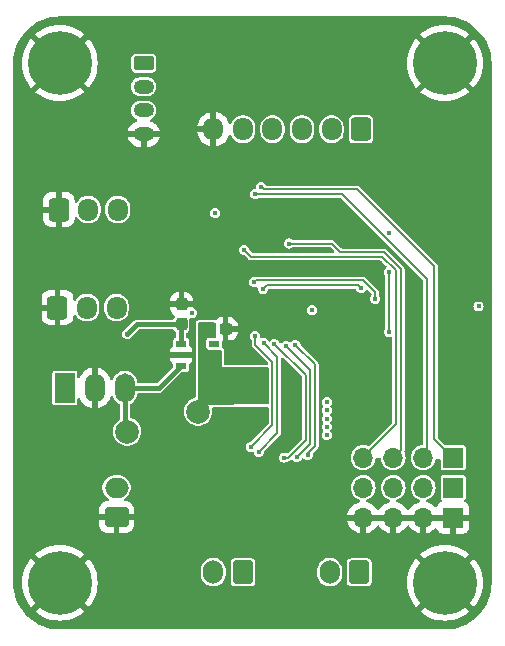
<source format=gbl>
G04 #@! TF.GenerationSoftware,KiCad,Pcbnew,8.0.8*
G04 #@! TF.CreationDate,2025-02-05T20:31:25+01:00*
G04 #@! TF.ProjectId,Janus_finalV,4a616e75-735f-4666-996e-616c562e6b69,rev?*
G04 #@! TF.SameCoordinates,Original*
G04 #@! TF.FileFunction,Copper,L4,Bot*
G04 #@! TF.FilePolarity,Positive*
%FSLAX46Y46*%
G04 Gerber Fmt 4.6, Leading zero omitted, Abs format (unit mm)*
G04 Created by KiCad (PCBNEW 8.0.8) date 2025-02-05 20:31:25*
%MOMM*%
%LPD*%
G01*
G04 APERTURE LIST*
G04 Aperture macros list*
%AMRoundRect*
0 Rectangle with rounded corners*
0 $1 Rounding radius*
0 $2 $3 $4 $5 $6 $7 $8 $9 X,Y pos of 4 corners*
0 Add a 4 corners polygon primitive as box body*
4,1,4,$2,$3,$4,$5,$6,$7,$8,$9,$2,$3,0*
0 Add four circle primitives for the rounded corners*
1,1,$1+$1,$2,$3*
1,1,$1+$1,$4,$5*
1,1,$1+$1,$6,$7*
1,1,$1+$1,$8,$9*
0 Add four rect primitives between the rounded corners*
20,1,$1+$1,$2,$3,$4,$5,0*
20,1,$1+$1,$4,$5,$6,$7,0*
20,1,$1+$1,$6,$7,$8,$9,0*
20,1,$1+$1,$8,$9,$2,$3,0*%
G04 Aperture macros list end*
G04 #@! TA.AperFunction,ComponentPad*
%ADD10R,1.700000X1.700000*%
G04 #@! TD*
G04 #@! TA.AperFunction,ComponentPad*
%ADD11O,1.700000X1.700000*%
G04 #@! TD*
G04 #@! TA.AperFunction,ComponentPad*
%ADD12C,5.400000*%
G04 #@! TD*
G04 #@! TA.AperFunction,ComponentPad*
%ADD13RoundRect,0.250000X-0.625000X0.350000X-0.625000X-0.350000X0.625000X-0.350000X0.625000X0.350000X0*%
G04 #@! TD*
G04 #@! TA.AperFunction,ComponentPad*
%ADD14O,1.750000X1.200000*%
G04 #@! TD*
G04 #@! TA.AperFunction,ComponentPad*
%ADD15R,1.700000X2.500000*%
G04 #@! TD*
G04 #@! TA.AperFunction,ComponentPad*
%ADD16O,1.700000X2.500000*%
G04 #@! TD*
G04 #@! TA.AperFunction,ComponentPad*
%ADD17RoundRect,0.250000X-0.600000X-0.725000X0.600000X-0.725000X0.600000X0.725000X-0.600000X0.725000X0*%
G04 #@! TD*
G04 #@! TA.AperFunction,ComponentPad*
%ADD18O,1.700000X1.950000*%
G04 #@! TD*
G04 #@! TA.AperFunction,ComponentPad*
%ADD19RoundRect,0.250000X0.600000X0.725000X-0.600000X0.725000X-0.600000X-0.725000X0.600000X-0.725000X0*%
G04 #@! TD*
G04 #@! TA.AperFunction,SMDPad,CuDef*
%ADD20C,2.000000*%
G04 #@! TD*
G04 #@! TA.AperFunction,ComponentPad*
%ADD21RoundRect,0.250000X0.600000X0.750000X-0.600000X0.750000X-0.600000X-0.750000X0.600000X-0.750000X0*%
G04 #@! TD*
G04 #@! TA.AperFunction,ComponentPad*
%ADD22O,1.700000X2.000000*%
G04 #@! TD*
G04 #@! TA.AperFunction,ComponentPad*
%ADD23RoundRect,0.250000X0.750000X-0.600000X0.750000X0.600000X-0.750000X0.600000X-0.750000X-0.600000X0*%
G04 #@! TD*
G04 #@! TA.AperFunction,ComponentPad*
%ADD24O,2.000000X1.700000*%
G04 #@! TD*
G04 #@! TA.AperFunction,SMDPad,CuDef*
%ADD25R,0.900000X0.600000*%
G04 #@! TD*
G04 #@! TA.AperFunction,SMDPad,CuDef*
%ADD26RoundRect,0.237500X-0.300000X-0.237500X0.300000X-0.237500X0.300000X0.237500X-0.300000X0.237500X0*%
G04 #@! TD*
G04 #@! TA.AperFunction,SMDPad,CuDef*
%ADD27RoundRect,0.237500X0.237500X-0.300000X0.237500X0.300000X-0.237500X0.300000X-0.237500X-0.300000X0*%
G04 #@! TD*
G04 #@! TA.AperFunction,ViaPad*
%ADD28C,0.450000*%
G04 #@! TD*
G04 #@! TA.AperFunction,Conductor*
%ADD29C,0.400000*%
G04 #@! TD*
G04 #@! TA.AperFunction,Conductor*
%ADD30C,0.200000*%
G04 #@! TD*
G04 APERTURE END LIST*
D10*
X147700000Y-80080000D03*
D11*
X145160000Y-80080000D03*
X142620000Y-80080000D03*
X140080000Y-80080000D03*
D12*
X147000000Y-85600000D03*
D13*
X121500000Y-41600000D03*
D14*
X121500000Y-43600000D03*
X121500000Y-45600000D03*
X121500000Y-47600000D03*
D10*
X147700000Y-77540000D03*
D11*
X145160000Y-77540000D03*
X142620000Y-77540000D03*
X140080000Y-77540000D03*
D15*
X114820000Y-69100000D03*
D16*
X117360000Y-69100000D03*
X119900000Y-69100000D03*
D12*
X114400000Y-41600000D03*
D17*
X114200000Y-62300000D03*
D18*
X116700000Y-62300000D03*
X119200000Y-62300000D03*
D17*
X114300000Y-54000000D03*
D18*
X116800000Y-54000000D03*
X119300000Y-54000000D03*
D10*
X147700000Y-75000000D03*
D11*
X145160000Y-75000000D03*
X142620000Y-75000000D03*
X140080000Y-75000000D03*
D12*
X147000000Y-41600000D03*
X114400000Y-85600000D03*
D19*
X139900000Y-47200000D03*
D18*
X137400000Y-47200000D03*
X134900000Y-47200000D03*
X132400000Y-47200000D03*
X129900000Y-47200000D03*
X127400000Y-47200000D03*
D20*
X126100000Y-71100000D03*
D21*
X129900000Y-84700000D03*
D22*
X127400000Y-84700000D03*
D23*
X119200000Y-80050000D03*
D24*
X119200000Y-77550000D03*
D20*
X120100000Y-72800000D03*
D21*
X139750000Y-84700000D03*
D22*
X137250000Y-84700000D03*
D25*
X124662500Y-67250000D03*
X124662500Y-66300000D03*
X124662500Y-65350000D03*
X127462500Y-65350000D03*
X127462500Y-67250000D03*
D26*
X126700000Y-64100000D03*
X128425000Y-64100000D03*
D27*
X124700000Y-63725000D03*
X124700000Y-62000000D03*
D28*
X150500000Y-71240000D03*
X150500000Y-61080000D03*
X125300000Y-69300000D03*
X123550000Y-57100000D03*
X132170000Y-39400000D03*
X134710000Y-41940000D03*
X124550000Y-39400000D03*
X129400000Y-71100000D03*
X135870000Y-89150000D03*
X128700000Y-60950000D03*
X118090000Y-89150000D03*
X113350000Y-48050000D03*
X133340000Y-87280000D03*
X110950000Y-53110000D03*
X120630000Y-89150000D03*
X130800000Y-87280000D03*
X138500000Y-70600000D03*
X110950000Y-55650000D03*
X122020000Y-38000000D03*
X134720000Y-38000000D03*
X130500000Y-65800000D03*
X123550000Y-59000000D03*
X129630000Y-44480000D03*
X117680000Y-74040000D03*
X149020000Y-64750000D03*
X115890000Y-48050000D03*
X129000000Y-77050000D03*
X137050000Y-74700000D03*
X122300000Y-74460000D03*
X112650000Y-64350000D03*
X112600000Y-74040000D03*
X130790000Y-89150000D03*
X130530000Y-51640000D03*
X135880000Y-87280000D03*
X123500000Y-47400000D03*
X115140000Y-81330000D03*
X136300000Y-82800000D03*
X125450000Y-49100000D03*
X110950000Y-75970000D03*
X122300000Y-64500000D03*
X128750000Y-74050000D03*
X144880000Y-38000000D03*
X150500000Y-68700000D03*
X142350000Y-41950000D03*
X139790000Y-41940000D03*
X123180000Y-87280000D03*
X137250000Y-44480000D03*
X136000000Y-49450000D03*
X134100000Y-59400000D03*
X118430000Y-48040000D03*
X138410000Y-89150000D03*
X124840000Y-71920000D03*
X122300000Y-71920000D03*
X112650000Y-66890000D03*
X131540000Y-77050000D03*
X137250000Y-39400000D03*
X125720000Y-84740000D03*
X150500000Y-73780000D03*
X115040000Y-56300000D03*
X118430000Y-50580000D03*
X150500000Y-81400000D03*
X149450000Y-82650000D03*
X150500000Y-43300000D03*
X110950000Y-83590000D03*
X144500000Y-67840000D03*
X123500000Y-52480000D03*
X150500000Y-76320000D03*
X147430000Y-51980000D03*
X130450000Y-75100000D03*
X112600000Y-78790000D03*
X136100000Y-63600000D03*
X144450000Y-82200000D03*
X117730000Y-66890000D03*
X150500000Y-78860000D03*
X134650000Y-68450000D03*
X113350000Y-50590000D03*
X139800000Y-38000000D03*
X126980000Y-76550000D03*
X118100000Y-87280000D03*
X110950000Y-78510000D03*
X129100000Y-82800000D03*
X118430000Y-45500000D03*
X150500000Y-50920000D03*
X118100000Y-84740000D03*
X110950000Y-63270000D03*
X110950000Y-45490000D03*
X110950000Y-60730000D03*
X142350000Y-49440000D03*
X116940000Y-38000000D03*
X127100000Y-38000000D03*
X134080000Y-77050000D03*
X117580000Y-56300000D03*
X141380000Y-84680000D03*
X142350000Y-44450000D03*
X110950000Y-58190000D03*
X122300000Y-60200000D03*
X118100000Y-82200000D03*
X144890000Y-51980000D03*
X134050000Y-64200000D03*
X129630000Y-41940000D03*
X123170000Y-89150000D03*
X139000000Y-58650000D03*
X120640000Y-82200000D03*
X110950000Y-70890000D03*
X150500000Y-83940000D03*
X115040000Y-58840000D03*
X122300000Y-66840000D03*
X125720000Y-82200000D03*
X127090000Y-41940000D03*
X141350000Y-89150000D03*
X128900000Y-65500000D03*
X128900000Y-66500000D03*
X125720000Y-87280000D03*
X150500000Y-56000000D03*
X141500000Y-58550000D03*
X110950000Y-81050000D03*
X123180000Y-84740000D03*
X115890000Y-45500000D03*
X117580000Y-58840000D03*
X130530000Y-49100000D03*
X127090000Y-44480000D03*
X135150000Y-84700000D03*
X118400000Y-39400000D03*
X120120000Y-56300000D03*
X146030000Y-89150000D03*
X121750000Y-73950000D03*
X133700000Y-83250000D03*
X128700000Y-56800000D03*
X112500000Y-58840000D03*
X144890000Y-49440000D03*
X115190000Y-66890000D03*
X113350000Y-45500000D03*
X120640000Y-84740000D03*
X125710000Y-89150000D03*
X142600000Y-53800000D03*
X144890000Y-46900000D03*
X124440000Y-76550000D03*
X132100000Y-61500000D03*
X126980000Y-79090000D03*
X137200000Y-57400000D03*
X150500000Y-45840000D03*
X124250000Y-55250000D03*
X129650000Y-74550000D03*
X125450000Y-51640000D03*
X138540000Y-49450000D03*
X135100000Y-81700000D03*
X121850000Y-55450000D03*
X132600000Y-57400000D03*
X124550000Y-41940000D03*
X137250000Y-64700000D03*
X137750000Y-58650000D03*
X139790000Y-44480000D03*
X118400000Y-41940000D03*
X144500000Y-72920000D03*
X129640000Y-38000000D03*
X122300000Y-58050000D03*
X147430000Y-49440000D03*
X142350000Y-39400000D03*
X134710000Y-39400000D03*
X150500000Y-48380000D03*
X130100000Y-59700000D03*
X127090000Y-39400000D03*
X134650000Y-69500000D03*
X124440000Y-79090000D03*
X122300000Y-69800000D03*
X115890000Y-50590000D03*
X145900000Y-56700000D03*
X123500000Y-73950000D03*
X137000000Y-69400000D03*
X115550000Y-89150000D03*
X144500000Y-70380000D03*
X120600000Y-61850000D03*
X134000000Y-70200000D03*
X123500000Y-49940000D03*
X142340000Y-38000000D03*
X150500000Y-63620000D03*
X150500000Y-53460000D03*
X115140000Y-78790000D03*
X137000000Y-53900000D03*
X124560000Y-38000000D03*
X131100000Y-61500000D03*
X115140000Y-76250000D03*
X127990000Y-49100000D03*
X133330000Y-89150000D03*
X134100000Y-55800000D03*
X119480000Y-38000000D03*
X110950000Y-65810000D03*
X128260000Y-87280000D03*
X110950000Y-68350000D03*
X132180000Y-38000000D03*
X120000000Y-75900000D03*
X134900000Y-53900000D03*
X110950000Y-50570000D03*
X112600000Y-71500000D03*
X141380000Y-87220000D03*
X125350000Y-60650000D03*
X134000000Y-71000000D03*
X120800000Y-74900000D03*
X147430000Y-46900000D03*
X137750000Y-82800000D03*
X125750000Y-57050000D03*
X130500000Y-66650000D03*
X115140000Y-71500000D03*
X138500000Y-72600000D03*
X124550000Y-44480000D03*
X120640000Y-87280000D03*
X124650000Y-59000000D03*
X128700000Y-58300000D03*
X130200000Y-81900000D03*
X134600000Y-50800000D03*
X115190000Y-64350000D03*
X112600000Y-81330000D03*
X123180000Y-82200000D03*
X150500000Y-58540000D03*
X128700000Y-59700000D03*
X121900000Y-79090000D03*
X128250000Y-89150000D03*
X132350000Y-81900000D03*
X141900000Y-82150000D03*
X117730000Y-64350000D03*
X142350000Y-46900000D03*
X130100000Y-61500000D03*
X127380000Y-71920000D03*
X126650000Y-62100000D03*
X133450000Y-67250000D03*
X115140000Y-74040000D03*
X144000000Y-64000000D03*
X134100000Y-61100000D03*
X143490000Y-89150000D03*
X132600000Y-55800000D03*
X141400000Y-64750000D03*
X142350000Y-51980000D03*
X121900000Y-76550000D03*
X132170000Y-44480000D03*
X137250000Y-41940000D03*
X132170000Y-41940000D03*
X129630000Y-39400000D03*
X117680000Y-71500000D03*
X120120000Y-58840000D03*
X138420000Y-87280000D03*
X110950000Y-48030000D03*
X110950000Y-42950000D03*
X150500000Y-66160000D03*
X112500000Y-56300000D03*
X134710000Y-44480000D03*
X137260000Y-38000000D03*
X125850000Y-59000000D03*
X136620000Y-77050000D03*
X112600000Y-76250000D03*
X139790000Y-39400000D03*
X140400000Y-58600000D03*
X144500000Y-65300000D03*
X110950000Y-73430000D03*
X125300000Y-68400000D03*
X120100000Y-64550000D03*
X127800000Y-69300000D03*
X135750000Y-62500000D03*
X129400000Y-69800000D03*
X127800000Y-68400000D03*
X126900000Y-69300000D03*
X130500000Y-67750000D03*
X128700000Y-69300000D03*
X126900000Y-68400000D03*
X142300000Y-55950000D03*
X128700000Y-68400000D03*
X127550000Y-54300000D03*
X130500001Y-68600001D03*
X149850000Y-62200000D03*
X125600000Y-62750000D03*
X128700000Y-67700000D03*
X137000000Y-72400000D03*
X137000000Y-73100000D03*
X137000000Y-70300000D03*
X137000000Y-71000000D03*
X137000000Y-71700000D03*
X142250000Y-59300000D03*
X142250000Y-64350000D03*
X133553652Y-65526383D03*
X134471232Y-74971232D03*
X130950000Y-64726818D03*
X130550000Y-74100000D03*
X132571082Y-65392343D03*
X133400000Y-75000000D03*
X131235996Y-74511598D03*
X131655548Y-65325339D03*
X134350000Y-65450000D03*
X135380853Y-74804075D03*
X139925735Y-60674265D03*
X131600000Y-60700000D03*
X130850934Y-60150000D03*
X141100000Y-61550000D03*
X130000000Y-57400000D03*
X130950000Y-52700000D03*
X131450000Y-52075499D03*
X133800000Y-56875000D03*
D29*
X119900000Y-72600000D02*
X120100000Y-72800000D01*
X122812500Y-69100000D02*
X124662500Y-67250000D01*
X120925000Y-63725000D02*
X120100000Y-64550000D01*
X124662500Y-63762500D02*
X124700000Y-63725000D01*
X124700000Y-63725000D02*
X120925000Y-63725000D01*
X119900000Y-69100000D02*
X119900000Y-72600000D01*
X119900000Y-69100000D02*
X122812500Y-69100000D01*
X124662500Y-65350000D02*
X124662500Y-63762500D01*
D30*
X126900000Y-69300000D02*
X126900000Y-70300000D01*
X126900000Y-70300000D02*
X126100000Y-71100000D01*
X142250000Y-64350000D02*
X142250000Y-59300000D01*
X134471232Y-74971232D02*
X135600000Y-73842464D01*
X135600000Y-67572731D02*
X133553652Y-65526383D01*
X135600000Y-73842464D02*
X135600000Y-67572731D01*
X132400000Y-66918320D02*
X130950000Y-65468320D01*
X130950000Y-65468320D02*
X130950000Y-64726818D01*
X130550000Y-74100000D02*
X132400000Y-72250000D01*
X132400000Y-72250000D02*
X132400000Y-66918320D01*
X135200000Y-73500000D02*
X135200000Y-68021261D01*
X135200000Y-68021261D02*
X132571082Y-65392343D01*
X133400000Y-75000000D02*
X133700000Y-75000000D01*
X133700000Y-75000000D02*
X135200000Y-73500000D01*
X131235996Y-74511598D02*
X132800000Y-72947594D01*
X132800000Y-66469791D02*
X131655548Y-65325339D01*
X132800000Y-72947594D02*
X132800000Y-66469791D01*
X136000000Y-74008150D02*
X136000000Y-67100000D01*
X135380853Y-74627297D02*
X136000000Y-74008150D01*
X136000000Y-67100000D02*
X134350000Y-65450000D01*
X135380853Y-74804075D02*
X135380853Y-74627297D01*
X131900000Y-60400000D02*
X131600000Y-60700000D01*
X139651470Y-60400000D02*
X131900000Y-60400000D01*
X139925735Y-60674265D02*
X139651470Y-60400000D01*
X131000934Y-60000000D02*
X130850934Y-60150000D01*
X141100000Y-61550000D02*
X141100000Y-61000000D01*
X141100000Y-61000000D02*
X140100000Y-60000000D01*
X140100000Y-60000000D02*
X131000934Y-60000000D01*
X140080000Y-74920000D02*
X140080000Y-75000000D01*
X142850000Y-59157537D02*
X142850000Y-72150000D01*
X130000000Y-57400000D02*
X130600000Y-58000000D01*
X130600000Y-58000000D02*
X141692463Y-58000000D01*
X141692463Y-58000000D02*
X142850000Y-59157537D01*
X142850000Y-72150000D02*
X140080000Y-74920000D01*
X130950000Y-52700000D02*
X138307537Y-52700000D01*
X145460000Y-74700000D02*
X145160000Y-75000000D01*
X138307537Y-52700000D02*
X145460000Y-59852463D01*
X145460000Y-59852463D02*
X145460000Y-74700000D01*
X146100000Y-73400000D02*
X147700000Y-75000000D01*
X131450000Y-52075499D02*
X131674501Y-52300000D01*
X139592463Y-52300000D02*
X146100000Y-58807537D01*
X146100000Y-58807537D02*
X146100000Y-73400000D01*
X131674501Y-52300000D02*
X139592463Y-52300000D01*
X133800000Y-56875000D02*
X137417463Y-56875000D01*
X138142463Y-57600000D02*
X141858149Y-57600000D01*
X143300000Y-59041851D02*
X143300000Y-74320000D01*
X137417463Y-56875000D02*
X138142463Y-57600000D01*
X143300000Y-74320000D02*
X142620000Y-75000000D01*
X141858149Y-57600000D02*
X143300000Y-59041851D01*
G04 #@! TA.AperFunction,Conductor*
G36*
X142154075Y-79887007D02*
G01*
X142120000Y-80014174D01*
X142120000Y-80145826D01*
X142154075Y-80272993D01*
X142186988Y-80330000D01*
X140513012Y-80330000D01*
X140545925Y-80272993D01*
X140580000Y-80145826D01*
X140580000Y-80014174D01*
X140545925Y-79887007D01*
X140513012Y-79830000D01*
X142186988Y-79830000D01*
X142154075Y-79887007D01*
G37*
G04 #@! TD.AperFunction*
G04 #@! TA.AperFunction,Conductor*
G36*
X144694075Y-79887007D02*
G01*
X144660000Y-80014174D01*
X144660000Y-80145826D01*
X144694075Y-80272993D01*
X144726988Y-80330000D01*
X143053012Y-80330000D01*
X143085925Y-80272993D01*
X143120000Y-80145826D01*
X143120000Y-80014174D01*
X143085925Y-79887007D01*
X143053012Y-79830000D01*
X144726988Y-79830000D01*
X144694075Y-79887007D01*
G37*
G04 #@! TD.AperFunction*
G04 #@! TA.AperFunction,Conductor*
G36*
X147234075Y-79887007D02*
G01*
X147200000Y-80014174D01*
X147200000Y-80145826D01*
X147234075Y-80272993D01*
X147266988Y-80330000D01*
X145593012Y-80330000D01*
X145625925Y-80272993D01*
X145660000Y-80145826D01*
X145660000Y-80014174D01*
X145625925Y-79887007D01*
X145593012Y-79830000D01*
X147266988Y-79830000D01*
X147234075Y-79887007D01*
G37*
G04 #@! TD.AperFunction*
G04 #@! TA.AperFunction,Conductor*
G36*
X147002855Y-37650632D02*
G01*
X147358697Y-37667083D01*
X147370086Y-37668139D01*
X147720051Y-37716957D01*
X147731295Y-37719059D01*
X148075261Y-37799959D01*
X148086251Y-37803086D01*
X148421306Y-37915385D01*
X148431960Y-37919513D01*
X148755209Y-38062241D01*
X148765436Y-38067333D01*
X149006689Y-38201710D01*
X149074131Y-38239275D01*
X149083869Y-38245304D01*
X149331757Y-38415112D01*
X149375374Y-38444990D01*
X149384511Y-38451890D01*
X149656356Y-38677626D01*
X149664820Y-38685343D01*
X149914656Y-38935179D01*
X149922373Y-38943643D01*
X150148107Y-39215485D01*
X150155009Y-39224625D01*
X150354695Y-39516130D01*
X150360724Y-39525868D01*
X150532659Y-39834550D01*
X150537764Y-39844803D01*
X150680481Y-40168026D01*
X150684619Y-40178706D01*
X150796909Y-40513735D01*
X150800043Y-40524751D01*
X150880938Y-40868696D01*
X150883043Y-40879955D01*
X150931859Y-41229905D01*
X150932916Y-41241309D01*
X150949368Y-41597144D01*
X150949500Y-41602871D01*
X150949500Y-85597128D01*
X150949368Y-85602855D01*
X150932916Y-85958690D01*
X150931859Y-85970094D01*
X150883043Y-86320044D01*
X150880938Y-86331303D01*
X150800043Y-86675248D01*
X150796909Y-86686264D01*
X150684619Y-87021293D01*
X150680481Y-87031973D01*
X150537764Y-87355196D01*
X150532659Y-87365449D01*
X150360724Y-87674131D01*
X150354695Y-87683869D01*
X150155009Y-87975374D01*
X150148107Y-87984514D01*
X149922373Y-88256356D01*
X149914656Y-88264820D01*
X149664820Y-88514656D01*
X149656356Y-88522373D01*
X149384514Y-88748107D01*
X149375374Y-88755009D01*
X149083869Y-88954695D01*
X149074131Y-88960724D01*
X148765449Y-89132659D01*
X148755196Y-89137764D01*
X148431973Y-89280481D01*
X148421293Y-89284619D01*
X148086264Y-89396909D01*
X148075248Y-89400043D01*
X147731303Y-89480938D01*
X147720044Y-89483043D01*
X147370094Y-89531859D01*
X147358690Y-89532916D01*
X147002855Y-89549368D01*
X146997128Y-89549500D01*
X114402872Y-89549500D01*
X114397145Y-89549368D01*
X114041309Y-89532916D01*
X114029905Y-89531859D01*
X113679955Y-89483043D01*
X113668696Y-89480938D01*
X113324751Y-89400043D01*
X113313735Y-89396909D01*
X112978706Y-89284619D01*
X112968026Y-89280481D01*
X112644803Y-89137764D01*
X112634555Y-89132661D01*
X112534830Y-89077115D01*
X112325868Y-88960724D01*
X112316130Y-88954695D01*
X112024625Y-88755009D01*
X112015485Y-88748107D01*
X111743643Y-88522373D01*
X111735179Y-88514656D01*
X111485343Y-88264820D01*
X111477626Y-88256356D01*
X111251892Y-87984514D01*
X111244990Y-87975374D01*
X111045304Y-87683869D01*
X111039275Y-87674131D01*
X110997041Y-87598306D01*
X110867333Y-87365436D01*
X110862241Y-87355209D01*
X110719513Y-87031960D01*
X110715385Y-87021306D01*
X110603086Y-86686251D01*
X110599959Y-86675261D01*
X110519059Y-86331295D01*
X110516956Y-86320044D01*
X110516000Y-86313194D01*
X110468139Y-85970086D01*
X110467083Y-85958690D01*
X110462526Y-85860131D01*
X110450632Y-85602855D01*
X110450566Y-85600000D01*
X111194958Y-85600000D01*
X111215110Y-85958846D01*
X111215112Y-85958858D01*
X111275314Y-86313185D01*
X111275316Y-86313194D01*
X111374812Y-86658552D01*
X111512353Y-86990609D01*
X111512355Y-86990613D01*
X111686215Y-87305189D01*
X111686218Y-87305194D01*
X111894193Y-87598306D01*
X111966843Y-87679601D01*
X113284728Y-86361716D01*
X113370278Y-86479466D01*
X113520534Y-86629722D01*
X113638281Y-86715270D01*
X112320397Y-88033155D01*
X112401693Y-88105806D01*
X112694805Y-88313781D01*
X112694810Y-88313784D01*
X113009386Y-88487644D01*
X113009390Y-88487646D01*
X113341447Y-88625187D01*
X113686805Y-88724683D01*
X113686814Y-88724685D01*
X114041141Y-88784887D01*
X114041153Y-88784889D01*
X114400000Y-88805041D01*
X114758846Y-88784889D01*
X114758858Y-88784887D01*
X115113185Y-88724685D01*
X115113194Y-88724683D01*
X115458552Y-88625187D01*
X115790609Y-88487646D01*
X115790613Y-88487644D01*
X116105189Y-88313784D01*
X116105194Y-88313781D01*
X116398306Y-88105806D01*
X116479601Y-88033155D01*
X115161717Y-86715270D01*
X115279466Y-86629722D01*
X115429722Y-86479466D01*
X115515270Y-86361717D01*
X116833155Y-87679601D01*
X116905806Y-87598306D01*
X117113781Y-87305194D01*
X117113784Y-87305189D01*
X117287644Y-86990613D01*
X117287646Y-86990609D01*
X117425187Y-86658552D01*
X117524683Y-86313194D01*
X117524685Y-86313185D01*
X117584887Y-85958858D01*
X117584889Y-85958846D01*
X117605041Y-85600000D01*
X117584889Y-85241153D01*
X117584887Y-85241141D01*
X117524685Y-84886814D01*
X117524683Y-84886805D01*
X117425187Y-84541447D01*
X117385872Y-84446530D01*
X126349500Y-84446530D01*
X126349500Y-84953469D01*
X126389868Y-85156412D01*
X126389870Y-85156420D01*
X126469058Y-85347596D01*
X126584024Y-85519657D01*
X126730342Y-85665975D01*
X126730345Y-85665977D01*
X126902402Y-85780941D01*
X127093580Y-85860130D01*
X127282187Y-85897646D01*
X127296530Y-85900499D01*
X127296534Y-85900500D01*
X127296535Y-85900500D01*
X127503466Y-85900500D01*
X127503467Y-85900499D01*
X127706420Y-85860130D01*
X127897598Y-85780941D01*
X128069655Y-85665977D01*
X128215977Y-85519655D01*
X128330941Y-85347598D01*
X128410130Y-85156420D01*
X128450500Y-84953465D01*
X128450500Y-84446535D01*
X128410130Y-84243580D01*
X128330941Y-84052402D01*
X128226257Y-83895730D01*
X128849500Y-83895730D01*
X128849500Y-85504269D01*
X128852353Y-85534699D01*
X128852353Y-85534701D01*
X128897206Y-85662880D01*
X128897207Y-85662882D01*
X128977850Y-85772150D01*
X129087118Y-85852793D01*
X129108089Y-85860131D01*
X129215299Y-85897646D01*
X129245730Y-85900500D01*
X129245734Y-85900500D01*
X130554270Y-85900500D01*
X130584699Y-85897646D01*
X130584701Y-85897646D01*
X130648790Y-85875219D01*
X130712882Y-85852793D01*
X130822150Y-85772150D01*
X130902793Y-85662882D01*
X130940252Y-85555830D01*
X130947646Y-85534701D01*
X130947646Y-85534699D01*
X130950500Y-85504269D01*
X130950500Y-84446530D01*
X136199500Y-84446530D01*
X136199500Y-84953469D01*
X136239868Y-85156412D01*
X136239870Y-85156420D01*
X136319058Y-85347596D01*
X136434024Y-85519657D01*
X136580342Y-85665975D01*
X136580345Y-85665977D01*
X136752402Y-85780941D01*
X136943580Y-85860130D01*
X137132187Y-85897646D01*
X137146530Y-85900499D01*
X137146534Y-85900500D01*
X137146535Y-85900500D01*
X137353466Y-85900500D01*
X137353467Y-85900499D01*
X137556420Y-85860130D01*
X137747598Y-85780941D01*
X137919655Y-85665977D01*
X138065977Y-85519655D01*
X138180941Y-85347598D01*
X138260130Y-85156420D01*
X138300500Y-84953465D01*
X138300500Y-84446535D01*
X138260130Y-84243580D01*
X138180941Y-84052402D01*
X138076257Y-83895730D01*
X138699500Y-83895730D01*
X138699500Y-85504269D01*
X138702353Y-85534699D01*
X138702353Y-85534701D01*
X138747206Y-85662880D01*
X138747207Y-85662882D01*
X138827850Y-85772150D01*
X138937118Y-85852793D01*
X138958089Y-85860131D01*
X139065299Y-85897646D01*
X139095730Y-85900500D01*
X139095734Y-85900500D01*
X140404270Y-85900500D01*
X140434699Y-85897646D01*
X140434701Y-85897646D01*
X140498790Y-85875219D01*
X140562882Y-85852793D01*
X140672150Y-85772150D01*
X140752793Y-85662882D01*
X140774796Y-85600000D01*
X143794958Y-85600000D01*
X143815110Y-85958846D01*
X143815112Y-85958858D01*
X143875314Y-86313185D01*
X143875316Y-86313194D01*
X143974812Y-86658552D01*
X144112353Y-86990609D01*
X144112355Y-86990613D01*
X144286215Y-87305189D01*
X144286218Y-87305194D01*
X144494193Y-87598306D01*
X144566843Y-87679601D01*
X145884728Y-86361716D01*
X145970278Y-86479466D01*
X146120534Y-86629722D01*
X146238281Y-86715270D01*
X144920397Y-88033155D01*
X145001693Y-88105806D01*
X145294805Y-88313781D01*
X145294810Y-88313784D01*
X145609386Y-88487644D01*
X145609390Y-88487646D01*
X145941447Y-88625187D01*
X146286805Y-88724683D01*
X146286814Y-88724685D01*
X146641141Y-88784887D01*
X146641153Y-88784889D01*
X147000000Y-88805041D01*
X147358846Y-88784889D01*
X147358858Y-88784887D01*
X147713185Y-88724685D01*
X147713194Y-88724683D01*
X148058552Y-88625187D01*
X148390609Y-88487646D01*
X148390613Y-88487644D01*
X148705189Y-88313784D01*
X148705194Y-88313781D01*
X148998306Y-88105806D01*
X149079601Y-88033155D01*
X147761717Y-86715270D01*
X147879466Y-86629722D01*
X148029722Y-86479466D01*
X148115270Y-86361717D01*
X149433155Y-87679601D01*
X149505806Y-87598306D01*
X149713781Y-87305194D01*
X149713784Y-87305189D01*
X149887644Y-86990613D01*
X149887646Y-86990609D01*
X150025187Y-86658552D01*
X150124683Y-86313194D01*
X150124685Y-86313185D01*
X150184887Y-85958858D01*
X150184889Y-85958846D01*
X150205041Y-85600000D01*
X150184889Y-85241153D01*
X150184887Y-85241141D01*
X150124685Y-84886814D01*
X150124683Y-84886805D01*
X150025187Y-84541447D01*
X149887646Y-84209390D01*
X149887644Y-84209386D01*
X149713784Y-83894810D01*
X149713781Y-83894805D01*
X149505806Y-83601693D01*
X149433155Y-83520397D01*
X148115270Y-84838281D01*
X148029722Y-84720534D01*
X147879466Y-84570278D01*
X147761717Y-84484728D01*
X149079602Y-83166843D01*
X148998306Y-83094193D01*
X148705194Y-82886218D01*
X148705189Y-82886215D01*
X148390613Y-82712355D01*
X148390609Y-82712353D01*
X148058552Y-82574812D01*
X147713194Y-82475316D01*
X147713185Y-82475314D01*
X147358858Y-82415112D01*
X147358846Y-82415110D01*
X147000000Y-82394958D01*
X146641153Y-82415110D01*
X146641141Y-82415112D01*
X146286814Y-82475314D01*
X146286805Y-82475316D01*
X145941447Y-82574812D01*
X145609390Y-82712353D01*
X145609386Y-82712355D01*
X145294810Y-82886215D01*
X145294805Y-82886218D01*
X145001693Y-83094194D01*
X145001685Y-83094199D01*
X144920397Y-83166842D01*
X144920397Y-83166843D01*
X146238282Y-84484728D01*
X146120534Y-84570278D01*
X145970278Y-84720534D01*
X145884728Y-84838282D01*
X144566843Y-83520397D01*
X144566842Y-83520397D01*
X144494199Y-83601685D01*
X144494194Y-83601693D01*
X144286218Y-83894805D01*
X144286215Y-83894810D01*
X144112355Y-84209386D01*
X144112353Y-84209390D01*
X143974812Y-84541447D01*
X143875316Y-84886805D01*
X143875314Y-84886814D01*
X143815112Y-85241141D01*
X143815110Y-85241153D01*
X143794958Y-85600000D01*
X140774796Y-85600000D01*
X140790252Y-85555830D01*
X140797646Y-85534701D01*
X140797646Y-85534699D01*
X140800500Y-85504269D01*
X140800500Y-83895730D01*
X140797646Y-83865300D01*
X140797646Y-83865298D01*
X140752793Y-83737119D01*
X140752792Y-83737117D01*
X140672150Y-83627850D01*
X140562882Y-83547207D01*
X140562880Y-83547206D01*
X140434700Y-83502353D01*
X140404270Y-83499500D01*
X140404266Y-83499500D01*
X139095734Y-83499500D01*
X139095730Y-83499500D01*
X139065300Y-83502353D01*
X139065298Y-83502353D01*
X138937119Y-83547206D01*
X138937117Y-83547207D01*
X138827850Y-83627850D01*
X138747207Y-83737117D01*
X138747206Y-83737119D01*
X138702353Y-83865298D01*
X138702353Y-83865300D01*
X138699500Y-83895730D01*
X138076257Y-83895730D01*
X138065977Y-83880345D01*
X138065975Y-83880342D01*
X137919657Y-83734024D01*
X137833626Y-83676541D01*
X137747598Y-83619059D01*
X137556420Y-83539870D01*
X137556412Y-83539868D01*
X137353469Y-83499500D01*
X137353465Y-83499500D01*
X137146535Y-83499500D01*
X137146530Y-83499500D01*
X136943587Y-83539868D01*
X136943579Y-83539870D01*
X136752403Y-83619058D01*
X136580342Y-83734024D01*
X136434024Y-83880342D01*
X136319058Y-84052403D01*
X136239870Y-84243579D01*
X136239868Y-84243587D01*
X136199500Y-84446530D01*
X130950500Y-84446530D01*
X130950500Y-83895730D01*
X130947646Y-83865300D01*
X130947646Y-83865298D01*
X130902793Y-83737119D01*
X130902792Y-83737117D01*
X130822150Y-83627850D01*
X130712882Y-83547207D01*
X130712880Y-83547206D01*
X130584700Y-83502353D01*
X130554270Y-83499500D01*
X130554266Y-83499500D01*
X129245734Y-83499500D01*
X129245730Y-83499500D01*
X129215300Y-83502353D01*
X129215298Y-83502353D01*
X129087119Y-83547206D01*
X129087117Y-83547207D01*
X128977850Y-83627850D01*
X128897207Y-83737117D01*
X128897206Y-83737119D01*
X128852353Y-83865298D01*
X128852353Y-83865300D01*
X128849500Y-83895730D01*
X128226257Y-83895730D01*
X128215977Y-83880345D01*
X128215975Y-83880342D01*
X128069657Y-83734024D01*
X127983626Y-83676541D01*
X127897598Y-83619059D01*
X127706420Y-83539870D01*
X127706412Y-83539868D01*
X127503469Y-83499500D01*
X127503465Y-83499500D01*
X127296535Y-83499500D01*
X127296530Y-83499500D01*
X127093587Y-83539868D01*
X127093579Y-83539870D01*
X126902403Y-83619058D01*
X126730342Y-83734024D01*
X126584024Y-83880342D01*
X126469058Y-84052403D01*
X126389870Y-84243579D01*
X126389868Y-84243587D01*
X126349500Y-84446530D01*
X117385872Y-84446530D01*
X117287646Y-84209390D01*
X117287644Y-84209386D01*
X117113784Y-83894810D01*
X117113781Y-83894805D01*
X116905806Y-83601693D01*
X116833155Y-83520397D01*
X115515270Y-84838281D01*
X115429722Y-84720534D01*
X115279466Y-84570278D01*
X115161717Y-84484728D01*
X116479602Y-83166843D01*
X116398306Y-83094193D01*
X116105194Y-82886218D01*
X116105189Y-82886215D01*
X115790613Y-82712355D01*
X115790609Y-82712353D01*
X115458552Y-82574812D01*
X115113194Y-82475316D01*
X115113185Y-82475314D01*
X114758858Y-82415112D01*
X114758846Y-82415110D01*
X114400000Y-82394958D01*
X114041153Y-82415110D01*
X114041141Y-82415112D01*
X113686814Y-82475314D01*
X113686805Y-82475316D01*
X113341447Y-82574812D01*
X113009390Y-82712353D01*
X113009386Y-82712355D01*
X112694810Y-82886215D01*
X112694805Y-82886218D01*
X112401693Y-83094194D01*
X112401685Y-83094199D01*
X112320397Y-83166842D01*
X112320397Y-83166843D01*
X113638282Y-84484728D01*
X113520534Y-84570278D01*
X113370278Y-84720534D01*
X113284728Y-84838282D01*
X111966843Y-83520397D01*
X111966842Y-83520397D01*
X111894199Y-83601685D01*
X111894194Y-83601693D01*
X111686218Y-83894805D01*
X111686215Y-83894810D01*
X111512355Y-84209386D01*
X111512353Y-84209390D01*
X111374812Y-84541447D01*
X111275316Y-84886805D01*
X111275314Y-84886814D01*
X111215112Y-85241141D01*
X111215110Y-85241153D01*
X111194958Y-85600000D01*
X110450566Y-85600000D01*
X110450500Y-85597128D01*
X110450500Y-79400013D01*
X117700000Y-79400013D01*
X117700000Y-79800000D01*
X118766988Y-79800000D01*
X118734075Y-79857007D01*
X118700000Y-79984174D01*
X118700000Y-80115826D01*
X118734075Y-80242993D01*
X118766988Y-80300000D01*
X117700001Y-80300000D01*
X117700001Y-80699986D01*
X117710494Y-80802697D01*
X117765641Y-80969119D01*
X117765643Y-80969124D01*
X117857684Y-81118345D01*
X117981654Y-81242315D01*
X118130875Y-81334356D01*
X118130880Y-81334358D01*
X118297302Y-81389505D01*
X118297309Y-81389506D01*
X118400019Y-81399999D01*
X118949999Y-81399999D01*
X118950000Y-81399998D01*
X118950000Y-80483012D01*
X119007007Y-80515925D01*
X119134174Y-80550000D01*
X119265826Y-80550000D01*
X119392993Y-80515925D01*
X119450000Y-80483012D01*
X119450000Y-81399999D01*
X119999972Y-81399999D01*
X119999986Y-81399998D01*
X120102697Y-81389505D01*
X120269119Y-81334358D01*
X120269124Y-81334356D01*
X120418345Y-81242315D01*
X120542315Y-81118345D01*
X120634356Y-80969124D01*
X120634358Y-80969119D01*
X120689505Y-80802697D01*
X120689506Y-80802690D01*
X120699999Y-80699986D01*
X120700000Y-80699973D01*
X120700000Y-80300000D01*
X119633012Y-80300000D01*
X119665925Y-80242993D01*
X119700000Y-80115826D01*
X119700000Y-79984174D01*
X119665925Y-79857007D01*
X119650332Y-79829999D01*
X138749364Y-79829999D01*
X138749364Y-79830000D01*
X139646988Y-79830000D01*
X139614075Y-79887007D01*
X139580000Y-80014174D01*
X139580000Y-80145826D01*
X139614075Y-80272993D01*
X139646988Y-80330000D01*
X138749364Y-80330000D01*
X138806567Y-80543486D01*
X138806570Y-80543492D01*
X138906399Y-80757578D01*
X139041894Y-80951082D01*
X139208917Y-81118105D01*
X139402421Y-81253600D01*
X139616507Y-81353429D01*
X139616516Y-81353433D01*
X139830000Y-81410634D01*
X139830000Y-80513012D01*
X139887007Y-80545925D01*
X140014174Y-80580000D01*
X140145826Y-80580000D01*
X140272993Y-80545925D01*
X140330000Y-80513012D01*
X140330000Y-81410633D01*
X140543483Y-81353433D01*
X140543492Y-81353429D01*
X140757578Y-81253600D01*
X140951082Y-81118105D01*
X141118105Y-80951082D01*
X141248425Y-80764968D01*
X141303002Y-80721344D01*
X141372501Y-80714151D01*
X141434855Y-80745673D01*
X141451575Y-80764968D01*
X141581894Y-80951082D01*
X141748917Y-81118105D01*
X141942421Y-81253600D01*
X142156507Y-81353429D01*
X142156516Y-81353433D01*
X142370000Y-81410634D01*
X142370000Y-80513012D01*
X142427007Y-80545925D01*
X142554174Y-80580000D01*
X142685826Y-80580000D01*
X142812993Y-80545925D01*
X142870000Y-80513012D01*
X142870000Y-81410633D01*
X143083483Y-81353433D01*
X143083492Y-81353429D01*
X143297578Y-81253600D01*
X143491082Y-81118105D01*
X143658105Y-80951082D01*
X143788425Y-80764968D01*
X143843002Y-80721344D01*
X143912501Y-80714151D01*
X143974855Y-80745673D01*
X143991575Y-80764968D01*
X144121894Y-80951082D01*
X144288917Y-81118105D01*
X144482421Y-81253600D01*
X144696507Y-81353429D01*
X144696516Y-81353433D01*
X144910000Y-81410634D01*
X144910000Y-80513012D01*
X144967007Y-80545925D01*
X145094174Y-80580000D01*
X145225826Y-80580000D01*
X145352993Y-80545925D01*
X145410000Y-80513012D01*
X145410000Y-81410633D01*
X145623483Y-81353433D01*
X145623492Y-81353429D01*
X145837578Y-81253600D01*
X146031078Y-81118108D01*
X146153521Y-80995665D01*
X146214844Y-80962180D01*
X146284536Y-80967164D01*
X146340470Y-81009035D01*
X146357385Y-81040013D01*
X146406645Y-81172086D01*
X146406649Y-81172093D01*
X146492809Y-81287187D01*
X146492812Y-81287190D01*
X146607906Y-81373350D01*
X146607913Y-81373354D01*
X146742620Y-81423596D01*
X146742627Y-81423598D01*
X146802155Y-81429999D01*
X146802172Y-81430000D01*
X147450000Y-81430000D01*
X147450000Y-80513012D01*
X147507007Y-80545925D01*
X147634174Y-80580000D01*
X147765826Y-80580000D01*
X147892993Y-80545925D01*
X147950000Y-80513012D01*
X147950000Y-81430000D01*
X148597828Y-81430000D01*
X148597844Y-81429999D01*
X148657372Y-81423598D01*
X148657379Y-81423596D01*
X148792086Y-81373354D01*
X148792093Y-81373350D01*
X148907187Y-81287190D01*
X148907190Y-81287187D01*
X148993350Y-81172093D01*
X148993354Y-81172086D01*
X149043596Y-81037379D01*
X149043598Y-81037372D01*
X149049999Y-80977844D01*
X149050000Y-80977827D01*
X149050000Y-80330000D01*
X148133012Y-80330000D01*
X148165925Y-80272993D01*
X148200000Y-80145826D01*
X148200000Y-80014174D01*
X148165925Y-79887007D01*
X148133012Y-79830000D01*
X149050000Y-79830000D01*
X149050000Y-79182172D01*
X149049999Y-79182155D01*
X149043598Y-79122627D01*
X149043596Y-79122620D01*
X148993354Y-78987913D01*
X148993350Y-78987906D01*
X148907190Y-78872812D01*
X148907187Y-78872809D01*
X148792093Y-78786649D01*
X148792087Y-78786646D01*
X148714381Y-78757663D01*
X148658448Y-78715791D01*
X148634031Y-78650327D01*
X148648883Y-78582054D01*
X148688826Y-78538377D01*
X148694552Y-78534552D01*
X148738867Y-78468231D01*
X148738867Y-78468229D01*
X148738868Y-78468229D01*
X148750499Y-78409752D01*
X148750500Y-78409750D01*
X148750500Y-76670249D01*
X148750499Y-76670247D01*
X148738868Y-76611770D01*
X148738867Y-76611769D01*
X148694552Y-76545447D01*
X148628230Y-76501132D01*
X148628229Y-76501131D01*
X148569752Y-76489500D01*
X148569748Y-76489500D01*
X146830252Y-76489500D01*
X146830247Y-76489500D01*
X146771770Y-76501131D01*
X146771769Y-76501132D01*
X146705447Y-76545447D01*
X146661132Y-76611769D01*
X146661131Y-76611770D01*
X146649500Y-76670247D01*
X146649500Y-78409752D01*
X146661131Y-78468229D01*
X146661132Y-78468230D01*
X146705447Y-78534552D01*
X146711175Y-78538379D01*
X146755980Y-78591991D01*
X146764687Y-78661316D01*
X146734533Y-78724343D01*
X146685618Y-78757662D01*
X146607917Y-78786643D01*
X146607906Y-78786649D01*
X146492812Y-78872809D01*
X146492809Y-78872812D01*
X146406649Y-78987906D01*
X146406646Y-78987911D01*
X146357385Y-79119987D01*
X146315513Y-79175920D01*
X146250049Y-79200337D01*
X146181776Y-79185485D01*
X146153522Y-79164334D01*
X146031082Y-79041894D01*
X145837578Y-78906399D01*
X145623492Y-78806570D01*
X145623486Y-78806567D01*
X145501349Y-78773841D01*
X145441689Y-78737476D01*
X145411160Y-78674629D01*
X145419455Y-78605253D01*
X145463940Y-78551375D01*
X145497444Y-78535407D01*
X145563954Y-78515232D01*
X145746450Y-78417685D01*
X145906410Y-78286410D01*
X146037685Y-78126450D01*
X146135232Y-77943954D01*
X146195300Y-77745934D01*
X146215583Y-77540000D01*
X146195300Y-77334066D01*
X146135232Y-77136046D01*
X146037685Y-76953550D01*
X145977605Y-76880342D01*
X145906410Y-76793589D01*
X145756121Y-76670252D01*
X145746450Y-76662315D01*
X145563954Y-76564768D01*
X145365934Y-76504700D01*
X145365932Y-76504699D01*
X145365934Y-76504699D01*
X145160000Y-76484417D01*
X144954067Y-76504699D01*
X144756043Y-76564769D01*
X144645898Y-76623643D01*
X144573550Y-76662315D01*
X144573548Y-76662316D01*
X144573547Y-76662317D01*
X144413589Y-76793589D01*
X144282317Y-76953547D01*
X144184769Y-77136043D01*
X144124699Y-77334067D01*
X144104417Y-77540000D01*
X144124699Y-77745932D01*
X144124700Y-77745934D01*
X144184768Y-77943954D01*
X144282315Y-78126450D01*
X144282317Y-78126452D01*
X144413589Y-78286410D01*
X144510209Y-78365702D01*
X144573550Y-78417685D01*
X144756046Y-78515232D01*
X144822551Y-78535405D01*
X144880989Y-78573702D01*
X144909446Y-78637514D01*
X144898887Y-78706581D01*
X144852663Y-78758975D01*
X144818650Y-78773841D01*
X144696514Y-78806567D01*
X144696507Y-78806570D01*
X144482422Y-78906399D01*
X144482420Y-78906400D01*
X144288926Y-79041886D01*
X144288920Y-79041891D01*
X144121891Y-79208920D01*
X144121890Y-79208922D01*
X143991575Y-79395031D01*
X143936998Y-79438655D01*
X143867499Y-79445848D01*
X143805145Y-79414326D01*
X143788425Y-79395031D01*
X143658109Y-79208922D01*
X143658108Y-79208920D01*
X143491082Y-79041894D01*
X143297578Y-78906399D01*
X143083492Y-78806570D01*
X143083486Y-78806567D01*
X142961349Y-78773841D01*
X142901689Y-78737476D01*
X142871160Y-78674629D01*
X142879455Y-78605253D01*
X142923940Y-78551375D01*
X142957444Y-78535407D01*
X143023954Y-78515232D01*
X143206450Y-78417685D01*
X143366410Y-78286410D01*
X143497685Y-78126450D01*
X143595232Y-77943954D01*
X143655300Y-77745934D01*
X143675583Y-77540000D01*
X143655300Y-77334066D01*
X143595232Y-77136046D01*
X143497685Y-76953550D01*
X143437605Y-76880342D01*
X143366410Y-76793589D01*
X143216121Y-76670252D01*
X143206450Y-76662315D01*
X143023954Y-76564768D01*
X142825934Y-76504700D01*
X142825932Y-76504699D01*
X142825934Y-76504699D01*
X142620000Y-76484417D01*
X142414067Y-76504699D01*
X142216043Y-76564769D01*
X142105898Y-76623643D01*
X142033550Y-76662315D01*
X142033548Y-76662316D01*
X142033547Y-76662317D01*
X141873589Y-76793589D01*
X141742317Y-76953547D01*
X141644769Y-77136043D01*
X141584699Y-77334067D01*
X141564417Y-77540000D01*
X141584699Y-77745932D01*
X141584700Y-77745934D01*
X141644768Y-77943954D01*
X141742315Y-78126450D01*
X141742317Y-78126452D01*
X141873589Y-78286410D01*
X141970209Y-78365702D01*
X142033550Y-78417685D01*
X142216046Y-78515232D01*
X142282551Y-78535405D01*
X142340989Y-78573702D01*
X142369446Y-78637514D01*
X142358887Y-78706581D01*
X142312663Y-78758975D01*
X142278650Y-78773841D01*
X142156514Y-78806567D01*
X142156507Y-78806570D01*
X141942422Y-78906399D01*
X141942420Y-78906400D01*
X141748926Y-79041886D01*
X141748920Y-79041891D01*
X141581891Y-79208920D01*
X141581890Y-79208922D01*
X141451575Y-79395031D01*
X141396998Y-79438655D01*
X141327499Y-79445848D01*
X141265145Y-79414326D01*
X141248425Y-79395031D01*
X141118109Y-79208922D01*
X141118108Y-79208920D01*
X140951082Y-79041894D01*
X140757578Y-78906399D01*
X140543492Y-78806570D01*
X140543486Y-78806567D01*
X140421349Y-78773841D01*
X140361689Y-78737476D01*
X140331160Y-78674629D01*
X140339455Y-78605253D01*
X140383940Y-78551375D01*
X140417444Y-78535407D01*
X140483954Y-78515232D01*
X140666450Y-78417685D01*
X140826410Y-78286410D01*
X140957685Y-78126450D01*
X141055232Y-77943954D01*
X141115300Y-77745934D01*
X141135583Y-77540000D01*
X141115300Y-77334066D01*
X141055232Y-77136046D01*
X140957685Y-76953550D01*
X140897605Y-76880342D01*
X140826410Y-76793589D01*
X140676121Y-76670252D01*
X140666450Y-76662315D01*
X140483954Y-76564768D01*
X140285934Y-76504700D01*
X140285932Y-76504699D01*
X140285934Y-76504699D01*
X140080000Y-76484417D01*
X139874067Y-76504699D01*
X139676043Y-76564769D01*
X139565898Y-76623643D01*
X139493550Y-76662315D01*
X139493548Y-76662316D01*
X139493547Y-76662317D01*
X139333589Y-76793589D01*
X139202317Y-76953547D01*
X139104769Y-77136043D01*
X139044699Y-77334067D01*
X139024417Y-77540000D01*
X139044699Y-77745932D01*
X139044700Y-77745934D01*
X139104768Y-77943954D01*
X139202315Y-78126450D01*
X139202317Y-78126452D01*
X139333589Y-78286410D01*
X139430209Y-78365702D01*
X139493550Y-78417685D01*
X139676046Y-78515232D01*
X139742551Y-78535405D01*
X139800989Y-78573702D01*
X139829446Y-78637514D01*
X139818887Y-78706581D01*
X139772663Y-78758975D01*
X139738650Y-78773841D01*
X139616514Y-78806567D01*
X139616507Y-78806570D01*
X139402422Y-78906399D01*
X139402420Y-78906400D01*
X139208926Y-79041886D01*
X139208920Y-79041891D01*
X139041891Y-79208920D01*
X139041886Y-79208926D01*
X138906400Y-79402420D01*
X138906399Y-79402422D01*
X138806570Y-79616507D01*
X138806567Y-79616513D01*
X138749364Y-79829999D01*
X119650332Y-79829999D01*
X119633012Y-79800000D01*
X120699999Y-79800000D01*
X120699999Y-79400028D01*
X120699998Y-79400013D01*
X120689505Y-79297302D01*
X120634358Y-79130880D01*
X120634356Y-79130875D01*
X120542315Y-78981654D01*
X120418345Y-78857684D01*
X120269124Y-78765643D01*
X120269119Y-78765641D01*
X120102697Y-78710494D01*
X120102690Y-78710493D01*
X119999986Y-78700000D01*
X119928526Y-78700000D01*
X119861487Y-78680315D01*
X119815732Y-78627511D01*
X119805788Y-78558353D01*
X119834813Y-78494797D01*
X119859633Y-78472899D01*
X120019655Y-78365977D01*
X120165977Y-78219655D01*
X120280941Y-78047598D01*
X120360130Y-77856420D01*
X120400500Y-77653465D01*
X120400500Y-77446535D01*
X120360130Y-77243580D01*
X120280941Y-77052402D01*
X120165977Y-76880345D01*
X120165975Y-76880342D01*
X120019657Y-76734024D01*
X119912336Y-76662315D01*
X119847598Y-76619059D01*
X119829998Y-76611769D01*
X119656420Y-76539870D01*
X119656412Y-76539868D01*
X119453469Y-76499500D01*
X119453465Y-76499500D01*
X118946535Y-76499500D01*
X118946530Y-76499500D01*
X118743587Y-76539868D01*
X118743579Y-76539870D01*
X118552403Y-76619058D01*
X118380342Y-76734024D01*
X118234024Y-76880342D01*
X118119058Y-77052403D01*
X118039870Y-77243579D01*
X118039868Y-77243587D01*
X117999500Y-77446530D01*
X117999500Y-77653469D01*
X118039868Y-77856412D01*
X118039870Y-77856420D01*
X118119058Y-78047596D01*
X118234024Y-78219657D01*
X118380342Y-78365975D01*
X118380345Y-78365977D01*
X118540367Y-78472899D01*
X118585170Y-78526509D01*
X118593878Y-78595834D01*
X118563724Y-78658862D01*
X118504282Y-78695581D01*
X118471477Y-78700000D01*
X118400029Y-78700000D01*
X118400012Y-78700001D01*
X118297302Y-78710494D01*
X118130880Y-78765641D01*
X118130875Y-78765643D01*
X117981654Y-78857684D01*
X117857684Y-78981654D01*
X117765643Y-79130875D01*
X117765641Y-79130880D01*
X117710494Y-79297302D01*
X117710493Y-79297309D01*
X117700000Y-79400013D01*
X110450500Y-79400013D01*
X110450500Y-67830247D01*
X113769500Y-67830247D01*
X113769500Y-70369752D01*
X113781131Y-70428229D01*
X113781132Y-70428230D01*
X113825447Y-70494552D01*
X113891769Y-70538867D01*
X113891770Y-70538868D01*
X113950247Y-70550499D01*
X113950250Y-70550500D01*
X113950252Y-70550500D01*
X115689750Y-70550500D01*
X115689751Y-70550499D01*
X115704568Y-70547552D01*
X115748229Y-70538868D01*
X115748229Y-70538867D01*
X115748231Y-70538867D01*
X115814552Y-70494552D01*
X115858867Y-70428231D01*
X115858867Y-70428229D01*
X115858868Y-70428229D01*
X115870499Y-70369752D01*
X115870500Y-70369750D01*
X115870500Y-70066048D01*
X115890185Y-69999009D01*
X115942989Y-69953254D01*
X116012147Y-69943310D01*
X116075703Y-69972335D01*
X116105938Y-70014264D01*
X116106694Y-70013879D01*
X116205379Y-70207557D01*
X116330272Y-70379459D01*
X116330276Y-70379464D01*
X116480535Y-70529723D01*
X116480540Y-70529727D01*
X116652442Y-70654620D01*
X116841782Y-70751095D01*
X117043871Y-70816757D01*
X117110000Y-70827231D01*
X117110000Y-69648482D01*
X117128409Y-69659111D01*
X117281009Y-69700000D01*
X117438991Y-69700000D01*
X117591591Y-69659111D01*
X117610000Y-69648482D01*
X117610000Y-70827230D01*
X117676126Y-70816757D01*
X117676129Y-70816757D01*
X117878217Y-70751095D01*
X118067557Y-70654620D01*
X118239459Y-70529727D01*
X118239464Y-70529723D01*
X118389723Y-70379464D01*
X118389727Y-70379459D01*
X118514620Y-70207557D01*
X118611095Y-70018217D01*
X118668343Y-69842026D01*
X118707780Y-69784351D01*
X118772139Y-69757152D01*
X118840985Y-69769066D01*
X118892461Y-69816310D01*
X118900835Y-69832891D01*
X118969058Y-69997596D01*
X119084024Y-70169657D01*
X119230342Y-70315975D01*
X119230345Y-70315977D01*
X119402402Y-70430941D01*
X119422952Y-70439453D01*
X119477356Y-70483293D01*
X119499421Y-70549587D01*
X119499500Y-70554014D01*
X119499500Y-71690754D01*
X119479815Y-71757793D01*
X119440778Y-71796181D01*
X119373436Y-71837877D01*
X119209020Y-71987761D01*
X119074943Y-72165308D01*
X119074938Y-72165316D01*
X118975775Y-72364461D01*
X118975769Y-72364476D01*
X118914885Y-72578462D01*
X118914884Y-72578464D01*
X118894357Y-72799999D01*
X118894357Y-72800000D01*
X118914884Y-73021535D01*
X118914885Y-73021537D01*
X118975769Y-73235523D01*
X118975775Y-73235538D01*
X119074938Y-73434683D01*
X119074943Y-73434691D01*
X119209020Y-73612238D01*
X119373437Y-73762123D01*
X119373439Y-73762125D01*
X119562595Y-73879245D01*
X119562596Y-73879245D01*
X119562599Y-73879247D01*
X119770060Y-73959618D01*
X119988757Y-74000500D01*
X119988759Y-74000500D01*
X120211241Y-74000500D01*
X120211243Y-74000500D01*
X120429940Y-73959618D01*
X120637401Y-73879247D01*
X120826562Y-73762124D01*
X120990981Y-73612236D01*
X121125058Y-73434689D01*
X121224229Y-73235528D01*
X121285115Y-73021536D01*
X121305643Y-72800000D01*
X121300873Y-72748528D01*
X121285115Y-72578464D01*
X121285114Y-72578462D01*
X121272213Y-72533121D01*
X121224229Y-72364472D01*
X121172018Y-72259618D01*
X121125061Y-72165316D01*
X121125056Y-72165308D01*
X120990979Y-71987761D01*
X120826562Y-71837876D01*
X120826560Y-71837874D01*
X120637404Y-71720754D01*
X120637398Y-71720752D01*
X120429940Y-71640382D01*
X120429935Y-71640381D01*
X120429930Y-71640379D01*
X120401714Y-71635105D01*
X120339433Y-71603437D01*
X120304161Y-71543125D01*
X120300500Y-71513217D01*
X120300500Y-71099999D01*
X124894357Y-71099999D01*
X124894357Y-71100000D01*
X124914884Y-71321535D01*
X124914885Y-71321537D01*
X124975769Y-71535523D01*
X124975775Y-71535538D01*
X125074938Y-71734683D01*
X125074943Y-71734691D01*
X125209020Y-71912238D01*
X125373437Y-72062123D01*
X125373439Y-72062125D01*
X125562595Y-72179245D01*
X125562596Y-72179245D01*
X125562599Y-72179247D01*
X125770060Y-72259618D01*
X125988757Y-72300500D01*
X125988759Y-72300500D01*
X126211241Y-72300500D01*
X126211243Y-72300500D01*
X126429940Y-72259618D01*
X126637401Y-72179247D01*
X126826562Y-72062124D01*
X126990981Y-71912236D01*
X127125058Y-71734689D01*
X127224229Y-71535528D01*
X127285115Y-71321536D01*
X127305643Y-71100000D01*
X127285261Y-70880043D01*
X127298676Y-70811477D01*
X127347033Y-70761045D01*
X127407698Y-70744609D01*
X131974468Y-70706552D01*
X132041668Y-70725678D01*
X132087861Y-70778098D01*
X132099500Y-70830548D01*
X132099500Y-72074166D01*
X132079815Y-72141205D01*
X132063181Y-72161847D01*
X130585419Y-73639608D01*
X130524096Y-73673093D01*
X130517136Y-73674400D01*
X130416878Y-73690279D01*
X130296778Y-73751473D01*
X130296774Y-73751476D01*
X130201476Y-73846774D01*
X130201473Y-73846778D01*
X130140279Y-73966878D01*
X130119196Y-74099997D01*
X130119196Y-74100002D01*
X130140279Y-74233121D01*
X130140280Y-74233124D01*
X130140281Y-74233126D01*
X130201472Y-74353220D01*
X130201473Y-74353221D01*
X130201476Y-74353225D01*
X130296774Y-74448523D01*
X130296778Y-74448526D01*
X130296780Y-74448528D01*
X130416874Y-74509719D01*
X130416876Y-74509719D01*
X130416878Y-74509720D01*
X130549998Y-74530804D01*
X130550000Y-74530804D01*
X130550002Y-74530804D01*
X130679440Y-74510303D01*
X130748734Y-74519258D01*
X130802185Y-74564254D01*
X130821311Y-74613376D01*
X130826275Y-74644720D01*
X130826276Y-74644723D01*
X130826277Y-74644724D01*
X130878277Y-74746780D01*
X130887469Y-74764819D01*
X130887472Y-74764823D01*
X130982770Y-74860121D01*
X130982774Y-74860124D01*
X130982776Y-74860126D01*
X131102870Y-74921317D01*
X131102872Y-74921317D01*
X131102874Y-74921318D01*
X131235994Y-74942402D01*
X131235996Y-74942402D01*
X131235998Y-74942402D01*
X131369117Y-74921318D01*
X131369117Y-74921317D01*
X131369122Y-74921317D01*
X131489216Y-74860126D01*
X131584524Y-74764818D01*
X131645715Y-74644724D01*
X131661595Y-74544456D01*
X131691523Y-74481325D01*
X131696369Y-74476194D01*
X133040460Y-73132105D01*
X133080022Y-73063582D01*
X133100500Y-72987156D01*
X133100500Y-72908032D01*
X133100500Y-66646094D01*
X133120185Y-66579055D01*
X133172989Y-66533300D01*
X133242147Y-66523356D01*
X133305703Y-66552381D01*
X133312181Y-66558413D01*
X134863181Y-68109413D01*
X134896666Y-68170736D01*
X134899500Y-68197094D01*
X134899500Y-73324166D01*
X134879815Y-73391205D01*
X134863181Y-73411847D01*
X133697272Y-74577755D01*
X133635949Y-74611240D01*
X133566257Y-74606256D01*
X133553309Y-74600564D01*
X133533126Y-74590281D01*
X133533124Y-74590280D01*
X133533121Y-74590279D01*
X133400002Y-74569196D01*
X133399998Y-74569196D01*
X133266878Y-74590279D01*
X133266874Y-74590280D01*
X133266874Y-74590281D01*
X133255560Y-74596046D01*
X133146778Y-74651473D01*
X133146774Y-74651476D01*
X133051476Y-74746774D01*
X133051473Y-74746778D01*
X132990279Y-74866878D01*
X132969196Y-74999997D01*
X132969196Y-75000000D01*
X132990279Y-75133121D01*
X132990280Y-75133124D01*
X132990281Y-75133126D01*
X133051472Y-75253220D01*
X133051473Y-75253221D01*
X133051476Y-75253225D01*
X133146774Y-75348523D01*
X133146778Y-75348526D01*
X133146780Y-75348528D01*
X133266874Y-75409719D01*
X133266876Y-75409719D01*
X133266878Y-75409720D01*
X133399998Y-75430804D01*
X133400000Y-75430804D01*
X133400002Y-75430804D01*
X133533121Y-75409720D01*
X133533121Y-75409719D01*
X133533126Y-75409719D01*
X133653220Y-75348528D01*
X133665674Y-75336073D01*
X133726992Y-75302588D01*
X133737180Y-75300813D01*
X133739553Y-75300500D01*
X133739562Y-75300500D01*
X133815989Y-75280021D01*
X133884511Y-75240460D01*
X133927026Y-75197944D01*
X133988347Y-75164460D01*
X134058038Y-75169444D01*
X134113972Y-75211315D01*
X134118838Y-75219130D01*
X134122703Y-75224450D01*
X134122703Y-75224451D01*
X134122708Y-75224457D01*
X134218006Y-75319755D01*
X134218010Y-75319758D01*
X134218012Y-75319760D01*
X134338106Y-75380951D01*
X134338108Y-75380951D01*
X134338110Y-75380952D01*
X134471230Y-75402036D01*
X134471232Y-75402036D01*
X134471234Y-75402036D01*
X134604353Y-75380952D01*
X134604353Y-75380951D01*
X134604358Y-75380951D01*
X134724452Y-75319760D01*
X134819760Y-75224452D01*
X134870449Y-75124968D01*
X134918421Y-75074175D01*
X134986242Y-75057379D01*
X135052377Y-75079916D01*
X135068613Y-75093584D01*
X135127627Y-75152598D01*
X135127631Y-75152601D01*
X135127633Y-75152603D01*
X135247727Y-75213794D01*
X135247729Y-75213794D01*
X135247731Y-75213795D01*
X135380851Y-75234879D01*
X135380853Y-75234879D01*
X135380855Y-75234879D01*
X135513974Y-75213795D01*
X135513974Y-75213794D01*
X135513979Y-75213794D01*
X135634073Y-75152603D01*
X135729381Y-75057295D01*
X135790572Y-74937201D01*
X135801711Y-74866874D01*
X135811657Y-74804077D01*
X135811657Y-74804071D01*
X135796573Y-74708833D01*
X135805528Y-74639540D01*
X135831365Y-74601755D01*
X136007287Y-74425833D01*
X136240460Y-74192661D01*
X136269152Y-74142964D01*
X136280021Y-74124139D01*
X136300500Y-74047712D01*
X136300500Y-70299997D01*
X136569196Y-70299997D01*
X136569196Y-70300002D01*
X136590279Y-70433121D01*
X136590280Y-70433124D01*
X136590281Y-70433126D01*
X136651472Y-70553220D01*
X136651473Y-70553221D01*
X136651476Y-70553225D01*
X136660570Y-70562319D01*
X136694055Y-70623642D01*
X136689071Y-70693334D01*
X136660570Y-70737681D01*
X136651476Y-70746774D01*
X136651473Y-70746778D01*
X136590279Y-70866878D01*
X136569196Y-70999997D01*
X136569196Y-71000002D01*
X136590279Y-71133121D01*
X136590280Y-71133124D01*
X136590281Y-71133126D01*
X136651472Y-71253220D01*
X136651473Y-71253221D01*
X136651476Y-71253225D01*
X136660570Y-71262319D01*
X136694055Y-71323642D01*
X136689071Y-71393334D01*
X136660570Y-71437681D01*
X136651476Y-71446774D01*
X136651473Y-71446778D01*
X136590279Y-71566878D01*
X136569196Y-71699997D01*
X136569196Y-71700002D01*
X136590279Y-71833121D01*
X136590280Y-71833124D01*
X136590281Y-71833126D01*
X136592702Y-71837877D01*
X136651473Y-71953221D01*
X136651476Y-71953225D01*
X136660570Y-71962319D01*
X136694055Y-72023642D01*
X136689071Y-72093334D01*
X136660570Y-72137681D01*
X136651476Y-72146774D01*
X136651473Y-72146778D01*
X136590279Y-72266878D01*
X136569196Y-72399997D01*
X136569196Y-72400002D01*
X136590279Y-72533121D01*
X136590280Y-72533124D01*
X136590281Y-72533126D01*
X136651472Y-72653220D01*
X136651473Y-72653221D01*
X136651476Y-72653225D01*
X136660570Y-72662319D01*
X136694055Y-72723642D01*
X136689071Y-72793334D01*
X136660570Y-72837681D01*
X136651476Y-72846774D01*
X136651473Y-72846778D01*
X136590279Y-72966878D01*
X136569196Y-73099997D01*
X136569196Y-73100002D01*
X136590279Y-73233121D01*
X136590280Y-73233124D01*
X136590281Y-73233126D01*
X136651472Y-73353220D01*
X136651473Y-73353221D01*
X136651476Y-73353225D01*
X136746774Y-73448523D01*
X136746778Y-73448526D01*
X136746780Y-73448528D01*
X136866874Y-73509719D01*
X136866876Y-73509719D01*
X136866878Y-73509720D01*
X136999998Y-73530804D01*
X137000000Y-73530804D01*
X137000002Y-73530804D01*
X137133121Y-73509720D01*
X137133121Y-73509719D01*
X137133126Y-73509719D01*
X137253220Y-73448528D01*
X137348528Y-73353220D01*
X137409719Y-73233126D01*
X137425719Y-73132105D01*
X137430804Y-73100002D01*
X137430804Y-73099997D01*
X137409720Y-72966878D01*
X137409719Y-72966876D01*
X137409719Y-72966874D01*
X137348528Y-72846780D01*
X137339429Y-72837681D01*
X137305945Y-72776362D01*
X137310927Y-72706670D01*
X137339429Y-72662318D01*
X137348528Y-72653220D01*
X137409719Y-72533126D01*
X137430804Y-72400000D01*
X137425175Y-72364461D01*
X137409720Y-72266878D01*
X137409719Y-72266876D01*
X137409719Y-72266874D01*
X137348528Y-72146780D01*
X137339429Y-72137681D01*
X137305945Y-72076362D01*
X137310927Y-72006670D01*
X137339429Y-71962318D01*
X137348528Y-71953220D01*
X137409719Y-71833126D01*
X137409720Y-71833121D01*
X137430804Y-71700002D01*
X137430804Y-71699997D01*
X137409720Y-71566878D01*
X137409719Y-71566876D01*
X137409719Y-71566874D01*
X137348528Y-71446780D01*
X137339429Y-71437681D01*
X137305945Y-71376362D01*
X137310927Y-71306670D01*
X137339429Y-71262318D01*
X137348528Y-71253220D01*
X137409719Y-71133126D01*
X137430804Y-71000000D01*
X137411805Y-70880046D01*
X137409720Y-70866878D01*
X137409719Y-70866876D01*
X137409719Y-70866874D01*
X137348528Y-70746780D01*
X137339429Y-70737681D01*
X137305945Y-70676362D01*
X137310927Y-70606670D01*
X137339429Y-70562318D01*
X137348528Y-70553220D01*
X137409719Y-70433126D01*
X137410066Y-70430938D01*
X137430804Y-70300002D01*
X137430804Y-70299997D01*
X137409720Y-70166878D01*
X137409719Y-70166876D01*
X137409719Y-70166874D01*
X137348528Y-70046780D01*
X137348526Y-70046778D01*
X137348523Y-70046774D01*
X137253225Y-69951476D01*
X137253221Y-69951473D01*
X137253220Y-69951472D01*
X137133126Y-69890281D01*
X137133124Y-69890280D01*
X137133121Y-69890279D01*
X137000002Y-69869196D01*
X136999998Y-69869196D01*
X136866878Y-69890279D01*
X136746778Y-69951473D01*
X136746774Y-69951476D01*
X136651476Y-70046774D01*
X136651473Y-70046778D01*
X136590279Y-70166878D01*
X136569196Y-70299997D01*
X136300500Y-70299997D01*
X136300500Y-67060438D01*
X136280021Y-66984011D01*
X136264534Y-66957187D01*
X136240464Y-66915495D01*
X136240458Y-66915487D01*
X134810391Y-65485420D01*
X134776906Y-65424097D01*
X134775599Y-65417136D01*
X134759720Y-65316878D01*
X134759719Y-65316876D01*
X134759719Y-65316874D01*
X134698528Y-65196780D01*
X134698526Y-65196778D01*
X134698523Y-65196774D01*
X134603225Y-65101476D01*
X134603221Y-65101473D01*
X134603220Y-65101472D01*
X134483126Y-65040281D01*
X134483124Y-65040280D01*
X134483121Y-65040279D01*
X134350002Y-65019196D01*
X134349998Y-65019196D01*
X134216878Y-65040279D01*
X134096778Y-65101473D01*
X134001315Y-65196936D01*
X133939992Y-65230420D01*
X133870300Y-65225436D01*
X133825953Y-65196935D01*
X133806877Y-65177859D01*
X133806873Y-65177856D01*
X133806872Y-65177855D01*
X133686778Y-65116664D01*
X133686776Y-65116663D01*
X133686773Y-65116662D01*
X133553654Y-65095579D01*
X133553650Y-65095579D01*
X133420530Y-65116662D01*
X133300430Y-65177856D01*
X133300426Y-65177859D01*
X133205128Y-65273157D01*
X133199391Y-65281055D01*
X133197512Y-65279690D01*
X133158833Y-65320633D01*
X133091010Y-65337418D01*
X133024878Y-65314872D01*
X132986915Y-65267054D01*
X132985231Y-65267913D01*
X132980801Y-65259219D01*
X132980801Y-65259217D01*
X132919610Y-65139123D01*
X132919608Y-65139121D01*
X132919605Y-65139117D01*
X132824307Y-65043819D01*
X132824303Y-65043816D01*
X132824302Y-65043815D01*
X132704208Y-64982624D01*
X132704206Y-64982623D01*
X132704203Y-64982622D01*
X132571084Y-64961539D01*
X132571080Y-64961539D01*
X132437960Y-64982622D01*
X132317860Y-65043816D01*
X132221119Y-65140557D01*
X132159796Y-65174041D01*
X132090104Y-65169057D01*
X132034171Y-65127185D01*
X132022959Y-65109180D01*
X132004076Y-65072119D01*
X132004074Y-65072117D01*
X132004071Y-65072113D01*
X131908773Y-64976815D01*
X131908769Y-64976812D01*
X131908768Y-64976811D01*
X131788674Y-64915620D01*
X131788672Y-64915619D01*
X131788669Y-64915618D01*
X131655550Y-64894535D01*
X131655548Y-64894535D01*
X131609751Y-64901788D01*
X131515056Y-64916786D01*
X131445763Y-64907830D01*
X131392311Y-64862833D01*
X131371672Y-64796082D01*
X131373185Y-64774919D01*
X131380804Y-64726818D01*
X131380595Y-64725500D01*
X131359720Y-64593696D01*
X131359719Y-64593694D01*
X131359719Y-64593692D01*
X131298528Y-64473598D01*
X131298526Y-64473596D01*
X131298523Y-64473592D01*
X131203225Y-64378294D01*
X131203221Y-64378291D01*
X131203220Y-64378290D01*
X131083126Y-64317099D01*
X131083124Y-64317098D01*
X131083121Y-64317097D01*
X130950002Y-64296014D01*
X130949998Y-64296014D01*
X130816878Y-64317097D01*
X130696778Y-64378291D01*
X130696774Y-64378294D01*
X130601476Y-64473592D01*
X130601473Y-64473596D01*
X130540279Y-64593696D01*
X130519196Y-64726815D01*
X130519196Y-64726820D01*
X130540279Y-64859939D01*
X130540280Y-64859942D01*
X130540281Y-64859944D01*
X130601472Y-64980038D01*
X130613180Y-64991746D01*
X130646666Y-65053067D01*
X130649500Y-65079428D01*
X130649500Y-65507882D01*
X130669979Y-65584309D01*
X130676675Y-65595906D01*
X130676677Y-65595913D01*
X130676679Y-65595913D01*
X130709539Y-65652829D01*
X130709541Y-65652832D01*
X131989528Y-66932819D01*
X132023013Y-66994142D01*
X132018029Y-67063834D01*
X131976157Y-67119767D01*
X131910693Y-67144184D01*
X131901847Y-67144500D01*
X128429500Y-67144500D01*
X128362461Y-67124815D01*
X128316706Y-67072011D01*
X128305500Y-67020500D01*
X128305500Y-65968232D01*
X128305425Y-65962672D01*
X128305249Y-65956094D01*
X128305248Y-65956088D01*
X128305248Y-65956079D01*
X128293615Y-65893214D01*
X128293613Y-65893210D01*
X128293613Y-65893206D01*
X128278545Y-65850500D01*
X128270369Y-65827325D01*
X128260570Y-65804173D01*
X128202638Y-65733404D01*
X128160932Y-65701008D01*
X128120064Y-65644337D01*
X128113000Y-65603081D01*
X128113000Y-65188361D01*
X128132685Y-65121322D01*
X128149319Y-65100680D01*
X128175000Y-65074999D01*
X128675000Y-65074999D01*
X128774140Y-65074999D01*
X128774154Y-65074998D01*
X128875152Y-65064680D01*
X129038800Y-65010453D01*
X129038811Y-65010448D01*
X129185534Y-64919947D01*
X129185538Y-64919944D01*
X129307444Y-64798038D01*
X129307447Y-64798034D01*
X129397948Y-64651311D01*
X129397953Y-64651300D01*
X129452180Y-64487652D01*
X129462499Y-64386654D01*
X129462500Y-64386641D01*
X129462500Y-64350000D01*
X128675000Y-64350000D01*
X128675000Y-65074999D01*
X128175000Y-65074999D01*
X128175000Y-63850000D01*
X128675000Y-63850000D01*
X129462499Y-63850000D01*
X129462499Y-63813360D01*
X129462498Y-63813345D01*
X129452180Y-63712347D01*
X129397953Y-63548699D01*
X129397948Y-63548688D01*
X129307447Y-63401965D01*
X129307443Y-63401960D01*
X129185538Y-63280055D01*
X129185534Y-63280052D01*
X129038811Y-63189551D01*
X129038800Y-63189546D01*
X128875152Y-63135319D01*
X128774154Y-63125000D01*
X128675000Y-63125000D01*
X128675000Y-63850000D01*
X128175000Y-63850000D01*
X128175000Y-63124999D01*
X128075860Y-63125000D01*
X128075844Y-63125001D01*
X127974847Y-63135319D01*
X127811199Y-63189546D01*
X127811188Y-63189551D01*
X127664465Y-63280052D01*
X127664460Y-63280056D01*
X127628314Y-63316201D01*
X127566990Y-63349685D01*
X127522988Y-63351256D01*
X127491941Y-63346792D01*
X127476000Y-63344500D01*
X126224000Y-63344500D01*
X126223992Y-63344500D01*
X126180313Y-63349197D01*
X126128825Y-63360397D01*
X126118627Y-63362890D01*
X126118624Y-63362891D01*
X126037916Y-63405899D01*
X126037913Y-63405901D01*
X125985104Y-63451660D01*
X125967160Y-63469242D01*
X125967154Y-63469249D01*
X125922511Y-63549059D01*
X125922509Y-63549064D01*
X125902826Y-63616096D01*
X125894500Y-63674003D01*
X125894500Y-69814151D01*
X125874815Y-69881190D01*
X125822011Y-69926945D01*
X125793289Y-69936039D01*
X125770065Y-69940380D01*
X125770060Y-69940382D01*
X125562601Y-70020751D01*
X125562595Y-70020754D01*
X125373439Y-70137874D01*
X125373437Y-70137876D01*
X125209020Y-70287761D01*
X125074943Y-70465308D01*
X125074938Y-70465316D01*
X124975775Y-70664461D01*
X124975769Y-70664476D01*
X124914885Y-70878462D01*
X124914884Y-70878464D01*
X124894357Y-71099999D01*
X120300500Y-71099999D01*
X120300500Y-70554014D01*
X120320185Y-70486975D01*
X120372989Y-70441220D01*
X120377048Y-70439453D01*
X120397598Y-70430941D01*
X120569655Y-70315977D01*
X120715977Y-70169655D01*
X120830941Y-69997598D01*
X120910130Y-69806420D01*
X120950500Y-69603465D01*
X120951128Y-69600309D01*
X120983512Y-69538398D01*
X121044228Y-69503824D01*
X121072745Y-69500500D01*
X122865225Y-69500500D01*
X122865227Y-69500500D01*
X122967088Y-69473207D01*
X123058413Y-69420480D01*
X124692074Y-67786819D01*
X124753397Y-67753334D01*
X124779755Y-67750500D01*
X125132250Y-67750500D01*
X125132251Y-67750499D01*
X125147068Y-67747552D01*
X125190729Y-67738868D01*
X125190729Y-67738867D01*
X125190731Y-67738867D01*
X125257052Y-67694552D01*
X125301367Y-67628231D01*
X125301367Y-67628229D01*
X125301368Y-67628229D01*
X125312999Y-67569752D01*
X125313000Y-67569750D01*
X125313000Y-67136556D01*
X125332685Y-67069517D01*
X125362689Y-67037290D01*
X125469687Y-66957190D01*
X125469690Y-66957187D01*
X125555850Y-66842093D01*
X125555854Y-66842086D01*
X125606096Y-66707379D01*
X125606098Y-66707372D01*
X125612499Y-66647844D01*
X125612500Y-66647827D01*
X125612500Y-66550000D01*
X123712500Y-66550000D01*
X123712500Y-66647844D01*
X123718901Y-66707372D01*
X123718903Y-66707379D01*
X123769145Y-66842086D01*
X123769149Y-66842093D01*
X123855309Y-66957187D01*
X123855312Y-66957190D01*
X123962311Y-67037290D01*
X124004182Y-67093223D01*
X124012000Y-67136556D01*
X124012000Y-67282745D01*
X123992315Y-67349784D01*
X123975681Y-67370426D01*
X122682926Y-68663181D01*
X122621603Y-68696666D01*
X122595245Y-68699500D01*
X121072745Y-68699500D01*
X121005706Y-68679815D01*
X120959951Y-68627011D01*
X120951128Y-68599691D01*
X120920075Y-68443576D01*
X120910130Y-68393580D01*
X120830941Y-68202402D01*
X120715977Y-68030345D01*
X120715975Y-68030342D01*
X120569657Y-67884024D01*
X120401655Y-67771770D01*
X120397598Y-67769059D01*
X120352790Y-67750499D01*
X120206420Y-67689870D01*
X120206412Y-67689868D01*
X120003469Y-67649500D01*
X120003465Y-67649500D01*
X119796535Y-67649500D01*
X119796530Y-67649500D01*
X119593587Y-67689868D01*
X119593579Y-67689870D01*
X119402403Y-67769058D01*
X119230342Y-67884024D01*
X119084024Y-68030342D01*
X118969057Y-68202403D01*
X118900835Y-68367108D01*
X118856994Y-68421511D01*
X118790700Y-68443576D01*
X118723000Y-68426297D01*
X118675390Y-68375159D01*
X118668343Y-68357973D01*
X118611095Y-68181782D01*
X118514620Y-67992442D01*
X118389727Y-67820540D01*
X118389723Y-67820535D01*
X118239464Y-67670276D01*
X118239459Y-67670272D01*
X118067557Y-67545379D01*
X117878215Y-67448903D01*
X117676124Y-67383241D01*
X117610000Y-67372768D01*
X117610000Y-68551517D01*
X117591591Y-68540889D01*
X117438991Y-68500000D01*
X117281009Y-68500000D01*
X117128409Y-68540889D01*
X117110000Y-68551517D01*
X117110000Y-67372768D01*
X117109999Y-67372768D01*
X117043875Y-67383241D01*
X116841784Y-67448903D01*
X116652442Y-67545379D01*
X116480540Y-67670272D01*
X116480535Y-67670276D01*
X116330276Y-67820535D01*
X116330272Y-67820540D01*
X116205379Y-67992442D01*
X116106694Y-68186121D01*
X116105678Y-68185603D01*
X116065212Y-68235813D01*
X115998916Y-68257872D01*
X115931218Y-68240588D01*
X115883612Y-68189447D01*
X115870500Y-68133951D01*
X115870500Y-67830249D01*
X115870499Y-67830247D01*
X115858868Y-67771770D01*
X115858867Y-67771769D01*
X115814552Y-67705447D01*
X115748230Y-67661132D01*
X115748229Y-67661131D01*
X115689752Y-67649500D01*
X115689748Y-67649500D01*
X113950252Y-67649500D01*
X113950247Y-67649500D01*
X113891770Y-67661131D01*
X113891769Y-67661132D01*
X113825447Y-67705447D01*
X113781132Y-67771769D01*
X113781131Y-67771770D01*
X113769500Y-67830247D01*
X110450500Y-67830247D01*
X110450500Y-64549997D01*
X119669196Y-64549997D01*
X119669196Y-64550002D01*
X119690279Y-64683121D01*
X119690280Y-64683124D01*
X119690281Y-64683126D01*
X119745998Y-64792476D01*
X119751473Y-64803221D01*
X119751476Y-64803225D01*
X119846774Y-64898523D01*
X119846778Y-64898526D01*
X119846780Y-64898528D01*
X119966874Y-64959719D01*
X119966876Y-64959719D01*
X119966878Y-64959720D01*
X120099998Y-64980804D01*
X120100000Y-64980804D01*
X120100002Y-64980804D01*
X120233121Y-64959720D01*
X120233121Y-64959719D01*
X120233126Y-64959719D01*
X120353220Y-64898528D01*
X120448528Y-64803220D01*
X120476340Y-64748633D01*
X120499141Y-64717250D01*
X121054574Y-64161819D01*
X121115897Y-64128334D01*
X121142255Y-64125500D01*
X123945644Y-64125500D01*
X124012683Y-64145185D01*
X124058438Y-64197989D01*
X124062685Y-64208544D01*
X124070884Y-64231976D01*
X124118146Y-64296014D01*
X124149289Y-64338211D01*
X124211635Y-64384224D01*
X124253884Y-64439868D01*
X124262000Y-64483992D01*
X124262000Y-64733961D01*
X124242315Y-64801000D01*
X124189511Y-64846755D01*
X124162192Y-64855578D01*
X124134270Y-64861132D01*
X124134269Y-64861132D01*
X124067947Y-64905447D01*
X124023632Y-64971769D01*
X124023631Y-64971770D01*
X124012000Y-65030247D01*
X124012000Y-65463443D01*
X123992315Y-65530482D01*
X123962312Y-65562709D01*
X123855309Y-65642812D01*
X123769149Y-65757906D01*
X123769145Y-65757913D01*
X123718903Y-65892620D01*
X123718901Y-65892627D01*
X123712500Y-65952155D01*
X123712500Y-66050000D01*
X125612500Y-66050000D01*
X125612500Y-65952172D01*
X125612499Y-65952155D01*
X125606098Y-65892627D01*
X125606096Y-65892620D01*
X125555854Y-65757913D01*
X125555850Y-65757906D01*
X125469690Y-65642812D01*
X125362688Y-65562709D01*
X125320818Y-65506775D01*
X125313000Y-65463443D01*
X125313000Y-65030249D01*
X125312999Y-65030247D01*
X125301368Y-64971770D01*
X125301367Y-64971769D01*
X125257052Y-64905447D01*
X125190730Y-64861132D01*
X125162808Y-64855578D01*
X125100897Y-64823193D01*
X125066323Y-64762477D01*
X125063000Y-64733961D01*
X125063000Y-64533108D01*
X125082685Y-64466069D01*
X125135489Y-64420314D01*
X125143823Y-64416960D01*
X125144469Y-64416617D01*
X125144475Y-64416616D01*
X125250711Y-64338211D01*
X125329116Y-64231975D01*
X125372725Y-64107349D01*
X125375500Y-64077756D01*
X125375500Y-63372244D01*
X125372898Y-63344500D01*
X125372725Y-63342650D01*
X125372725Y-63342648D01*
X125367982Y-63329094D01*
X125364420Y-63259315D01*
X125399148Y-63198688D01*
X125461141Y-63166460D01*
X125504421Y-63165666D01*
X125599998Y-63180804D01*
X125600000Y-63180804D01*
X125600002Y-63180804D01*
X125733121Y-63159720D01*
X125733121Y-63159719D01*
X125733126Y-63159719D01*
X125853220Y-63098528D01*
X125948528Y-63003220D01*
X126009719Y-62883126D01*
X126009827Y-62882443D01*
X126030804Y-62750002D01*
X126030804Y-62749997D01*
X126009720Y-62616878D01*
X126009719Y-62616876D01*
X126009719Y-62616874D01*
X125950167Y-62499997D01*
X135319196Y-62499997D01*
X135319196Y-62500002D01*
X135340279Y-62633121D01*
X135340280Y-62633124D01*
X135340281Y-62633126D01*
X135401472Y-62753220D01*
X135401473Y-62753221D01*
X135401476Y-62753225D01*
X135496774Y-62848523D01*
X135496778Y-62848526D01*
X135496780Y-62848528D01*
X135616874Y-62909719D01*
X135616876Y-62909719D01*
X135616878Y-62909720D01*
X135749998Y-62930804D01*
X135750000Y-62930804D01*
X135750002Y-62930804D01*
X135883121Y-62909720D01*
X135883121Y-62909719D01*
X135883126Y-62909719D01*
X136003220Y-62848528D01*
X136098528Y-62753220D01*
X136159719Y-62633126D01*
X136160087Y-62630804D01*
X136180804Y-62500002D01*
X136180804Y-62499997D01*
X136159720Y-62366878D01*
X136159719Y-62366876D01*
X136159719Y-62366874D01*
X136098528Y-62246780D01*
X136098526Y-62246778D01*
X136098523Y-62246774D01*
X136003225Y-62151476D01*
X136003221Y-62151473D01*
X136003220Y-62151472D01*
X135883126Y-62090281D01*
X135883124Y-62090280D01*
X135883121Y-62090279D01*
X135750002Y-62069196D01*
X135749998Y-62069196D01*
X135616878Y-62090279D01*
X135496778Y-62151473D01*
X135496774Y-62151476D01*
X135401476Y-62246774D01*
X135401473Y-62246778D01*
X135401472Y-62246780D01*
X135357477Y-62333126D01*
X135340279Y-62366878D01*
X135319196Y-62499997D01*
X125950167Y-62499997D01*
X125948528Y-62496780D01*
X125948526Y-62496778D01*
X125948523Y-62496774D01*
X125853225Y-62401476D01*
X125853222Y-62401474D01*
X125853220Y-62401472D01*
X125742704Y-62345161D01*
X125691909Y-62297187D01*
X125680682Y-62255683D01*
X125675000Y-62250000D01*
X123725001Y-62250000D01*
X123725001Y-62349154D01*
X123735319Y-62450152D01*
X123789546Y-62613800D01*
X123789551Y-62613811D01*
X123880052Y-62760534D01*
X123880055Y-62760538D01*
X124001960Y-62882443D01*
X124104820Y-62945888D01*
X124151544Y-62997836D01*
X124162767Y-63066799D01*
X124139494Y-63125060D01*
X124070883Y-63218025D01*
X124062685Y-63241456D01*
X124021963Y-63298231D01*
X123957010Y-63323978D01*
X123945644Y-63324500D01*
X120872273Y-63324500D01*
X120770410Y-63351793D01*
X120679087Y-63404520D01*
X120679084Y-63404522D01*
X119932750Y-64150855D01*
X119901366Y-64173658D01*
X119846777Y-64201473D01*
X119751476Y-64296774D01*
X119751473Y-64296778D01*
X119751472Y-64296780D01*
X119690414Y-64416614D01*
X119690279Y-64416878D01*
X119669196Y-64549997D01*
X110450500Y-64549997D01*
X110450500Y-61525013D01*
X112850000Y-61525013D01*
X112850000Y-62050000D01*
X113795854Y-62050000D01*
X113757370Y-62116657D01*
X113725000Y-62237465D01*
X113725000Y-62362535D01*
X113757370Y-62483343D01*
X113795854Y-62550000D01*
X112850001Y-62550000D01*
X112850001Y-63074986D01*
X112860494Y-63177697D01*
X112915641Y-63344119D01*
X112915643Y-63344124D01*
X113007684Y-63493345D01*
X113131654Y-63617315D01*
X113280875Y-63709356D01*
X113280880Y-63709358D01*
X113447302Y-63764505D01*
X113447309Y-63764506D01*
X113550019Y-63774999D01*
X113949999Y-63774999D01*
X113950000Y-63774998D01*
X113950000Y-62704145D01*
X114016657Y-62742630D01*
X114137465Y-62775000D01*
X114262535Y-62775000D01*
X114383343Y-62742630D01*
X114450000Y-62704145D01*
X114450000Y-63774999D01*
X114849972Y-63774999D01*
X114849986Y-63774998D01*
X114952697Y-63764505D01*
X115119119Y-63709358D01*
X115119124Y-63709356D01*
X115268345Y-63617315D01*
X115392315Y-63493345D01*
X115484356Y-63344124D01*
X115484358Y-63344119D01*
X115539505Y-63177697D01*
X115539506Y-63177690D01*
X115549999Y-63074986D01*
X115549999Y-63003528D01*
X115569683Y-62936488D01*
X115622486Y-62890732D01*
X115691644Y-62880788D01*
X115755200Y-62909812D01*
X115777101Y-62934635D01*
X115884022Y-63094655D01*
X116030342Y-63240975D01*
X116030345Y-63240977D01*
X116202402Y-63355941D01*
X116393580Y-63435130D01*
X116565074Y-63469242D01*
X116596530Y-63475499D01*
X116596534Y-63475500D01*
X116596535Y-63475500D01*
X116803466Y-63475500D01*
X116803467Y-63475499D01*
X117006420Y-63435130D01*
X117197598Y-63355941D01*
X117369655Y-63240977D01*
X117515977Y-63094655D01*
X117630941Y-62922598D01*
X117710130Y-62731420D01*
X117750500Y-62528465D01*
X117750500Y-62071535D01*
X117750499Y-62071530D01*
X118149500Y-62071530D01*
X118149500Y-62528469D01*
X118189868Y-62731412D01*
X118189870Y-62731420D01*
X118269058Y-62922596D01*
X118384024Y-63094657D01*
X118530342Y-63240975D01*
X118530345Y-63240977D01*
X118702402Y-63355941D01*
X118893580Y-63435130D01*
X119065074Y-63469242D01*
X119096530Y-63475499D01*
X119096534Y-63475500D01*
X119096535Y-63475500D01*
X119303466Y-63475500D01*
X119303467Y-63475499D01*
X119506420Y-63435130D01*
X119697598Y-63355941D01*
X119869655Y-63240977D01*
X120015977Y-63094655D01*
X120130941Y-62922598D01*
X120210130Y-62731420D01*
X120250500Y-62528465D01*
X120250500Y-62071535D01*
X120210130Y-61868580D01*
X120130941Y-61677402D01*
X120113196Y-61650845D01*
X123725000Y-61650845D01*
X123725000Y-61750000D01*
X124450000Y-61750000D01*
X124950000Y-61750000D01*
X125674999Y-61750000D01*
X125674999Y-61650860D01*
X125674998Y-61650845D01*
X125664680Y-61549847D01*
X125610453Y-61386199D01*
X125610448Y-61386188D01*
X125519947Y-61239465D01*
X125519944Y-61239461D01*
X125398038Y-61117555D01*
X125398034Y-61117552D01*
X125251311Y-61027051D01*
X125251300Y-61027046D01*
X125087652Y-60972819D01*
X124986654Y-60962500D01*
X124950000Y-60962500D01*
X124950000Y-61750000D01*
X124450000Y-61750000D01*
X124450000Y-60962500D01*
X124413361Y-60962500D01*
X124413343Y-60962501D01*
X124312347Y-60972819D01*
X124148699Y-61027046D01*
X124148688Y-61027051D01*
X124001965Y-61117552D01*
X124001961Y-61117555D01*
X123880055Y-61239461D01*
X123880052Y-61239465D01*
X123789551Y-61386188D01*
X123789546Y-61386199D01*
X123735319Y-61549847D01*
X123725000Y-61650845D01*
X120113196Y-61650845D01*
X120015977Y-61505345D01*
X120015975Y-61505342D01*
X119869657Y-61359024D01*
X119758976Y-61285070D01*
X119697598Y-61244059D01*
X119686507Y-61239465D01*
X119506420Y-61164870D01*
X119506412Y-61164868D01*
X119303469Y-61124500D01*
X119303465Y-61124500D01*
X119096535Y-61124500D01*
X119096530Y-61124500D01*
X118893587Y-61164868D01*
X118893579Y-61164870D01*
X118702403Y-61244058D01*
X118530342Y-61359024D01*
X118384024Y-61505342D01*
X118269058Y-61677403D01*
X118189870Y-61868579D01*
X118189868Y-61868587D01*
X118149500Y-62071530D01*
X117750499Y-62071530D01*
X117710130Y-61868580D01*
X117630941Y-61677402D01*
X117515977Y-61505345D01*
X117515975Y-61505342D01*
X117369657Y-61359024D01*
X117258976Y-61285070D01*
X117197598Y-61244059D01*
X117186507Y-61239465D01*
X117006420Y-61164870D01*
X117006412Y-61164868D01*
X116803469Y-61124500D01*
X116803465Y-61124500D01*
X116596535Y-61124500D01*
X116596530Y-61124500D01*
X116393587Y-61164868D01*
X116393579Y-61164870D01*
X116202403Y-61244058D01*
X116030342Y-61359024D01*
X115884024Y-61505342D01*
X115777102Y-61665365D01*
X115723489Y-61710171D01*
X115654165Y-61718878D01*
X115591137Y-61688724D01*
X115554417Y-61629281D01*
X115549999Y-61596475D01*
X115549999Y-61525028D01*
X115549998Y-61525012D01*
X115539505Y-61422302D01*
X115484358Y-61255880D01*
X115484356Y-61255875D01*
X115392315Y-61106654D01*
X115268345Y-60982684D01*
X115119124Y-60890643D01*
X115119119Y-60890641D01*
X114952697Y-60835494D01*
X114952690Y-60835493D01*
X114849986Y-60825000D01*
X114450000Y-60825000D01*
X114450000Y-61895854D01*
X114383343Y-61857370D01*
X114262535Y-61825000D01*
X114137465Y-61825000D01*
X114016657Y-61857370D01*
X113950000Y-61895854D01*
X113950000Y-60825000D01*
X113550028Y-60825000D01*
X113550012Y-60825001D01*
X113447302Y-60835494D01*
X113280880Y-60890641D01*
X113280875Y-60890643D01*
X113131654Y-60982684D01*
X113007684Y-61106654D01*
X112915643Y-61255875D01*
X112915641Y-61255880D01*
X112860494Y-61422302D01*
X112860493Y-61422309D01*
X112850000Y-61525013D01*
X110450500Y-61525013D01*
X110450500Y-60149997D01*
X130420130Y-60149997D01*
X130420130Y-60150002D01*
X130441213Y-60283121D01*
X130441214Y-60283124D01*
X130441215Y-60283126D01*
X130502406Y-60403220D01*
X130502407Y-60403221D01*
X130502410Y-60403225D01*
X130597708Y-60498523D01*
X130597712Y-60498526D01*
X130597714Y-60498528D01*
X130717808Y-60559719D01*
X130717810Y-60559719D01*
X130717812Y-60559720D01*
X130850932Y-60580804D01*
X130850934Y-60580804D01*
X130850936Y-60580804D01*
X130917497Y-60570261D01*
X130984060Y-60559719D01*
X130992778Y-60555277D01*
X131061447Y-60542380D01*
X131126187Y-60568656D01*
X131166445Y-60625762D01*
X131171547Y-60685158D01*
X131169196Y-60700002D01*
X131190279Y-60833121D01*
X131190280Y-60833124D01*
X131190281Y-60833126D01*
X131238362Y-60927490D01*
X131251473Y-60953221D01*
X131251476Y-60953225D01*
X131346774Y-61048523D01*
X131346778Y-61048526D01*
X131346780Y-61048528D01*
X131466874Y-61109719D01*
X131466876Y-61109719D01*
X131466878Y-61109720D01*
X131599998Y-61130804D01*
X131600000Y-61130804D01*
X131600002Y-61130804D01*
X131733121Y-61109720D01*
X131733121Y-61109719D01*
X131733126Y-61109719D01*
X131853220Y-61048528D01*
X131948528Y-60953220D01*
X132009719Y-60833126D01*
X132009719Y-60833124D01*
X132009720Y-60833123D01*
X132009720Y-60833122D01*
X132014158Y-60805103D01*
X132044087Y-60741968D01*
X132103398Y-60705036D01*
X132136631Y-60700500D01*
X139393180Y-60700500D01*
X139460219Y-60720185D01*
X139505974Y-60772989D01*
X139515653Y-60805102D01*
X139516016Y-60807391D01*
X139577207Y-60927485D01*
X139577209Y-60927487D01*
X139577211Y-60927490D01*
X139672509Y-61022788D01*
X139672513Y-61022791D01*
X139672515Y-61022793D01*
X139792609Y-61083984D01*
X139792611Y-61083984D01*
X139792613Y-61083985D01*
X139925733Y-61105069D01*
X139925735Y-61105069D01*
X139925737Y-61105069D01*
X140058856Y-61083985D01*
X140058856Y-61083984D01*
X140058861Y-61083984D01*
X140178955Y-61022793D01*
X140274263Y-60927485D01*
X140307578Y-60862099D01*
X140355551Y-60811305D01*
X140423372Y-60794509D01*
X140489507Y-60817046D01*
X140505743Y-60830714D01*
X140763181Y-61088152D01*
X140796666Y-61149475D01*
X140799500Y-61175833D01*
X140799500Y-61197389D01*
X140779815Y-61264428D01*
X140763181Y-61285070D01*
X140751476Y-61296774D01*
X140751473Y-61296778D01*
X140690279Y-61416878D01*
X140669196Y-61549997D01*
X140669196Y-61550002D01*
X140690279Y-61683121D01*
X140690280Y-61683124D01*
X140690281Y-61683126D01*
X140751472Y-61803220D01*
X140751473Y-61803221D01*
X140751476Y-61803225D01*
X140846774Y-61898523D01*
X140846778Y-61898526D01*
X140846780Y-61898528D01*
X140966874Y-61959719D01*
X140966876Y-61959719D01*
X140966878Y-61959720D01*
X141099998Y-61980804D01*
X141100000Y-61980804D01*
X141100002Y-61980804D01*
X141233121Y-61959720D01*
X141233121Y-61959719D01*
X141233126Y-61959719D01*
X141353220Y-61898528D01*
X141448528Y-61803220D01*
X141509719Y-61683126D01*
X141509720Y-61683121D01*
X141530804Y-61550002D01*
X141530804Y-61549997D01*
X141509720Y-61416878D01*
X141509719Y-61416876D01*
X141509719Y-61416874D01*
X141448528Y-61296780D01*
X141448526Y-61296778D01*
X141448523Y-61296774D01*
X141436819Y-61285070D01*
X141403334Y-61223747D01*
X141400500Y-61197389D01*
X141400500Y-60960439D01*
X141400500Y-60960438D01*
X141388251Y-60914725D01*
X141380022Y-60884012D01*
X141340460Y-60815489D01*
X140284511Y-59759540D01*
X140284509Y-59759539D01*
X140284504Y-59759535D01*
X140215995Y-59719982D01*
X140215990Y-59719979D01*
X140190513Y-59713152D01*
X140139562Y-59699500D01*
X130961372Y-59699500D01*
X130899603Y-59716051D01*
X130860691Y-59718090D01*
X130860691Y-59719196D01*
X130850931Y-59719196D01*
X130717812Y-59740279D01*
X130597712Y-59801473D01*
X130597708Y-59801476D01*
X130502410Y-59896774D01*
X130502407Y-59896778D01*
X130441213Y-60016878D01*
X130420130Y-60149997D01*
X110450500Y-60149997D01*
X110450500Y-57399997D01*
X129569196Y-57399997D01*
X129569196Y-57400002D01*
X129590279Y-57533121D01*
X129590280Y-57533124D01*
X129590281Y-57533126D01*
X129651472Y-57653220D01*
X129651473Y-57653221D01*
X129651476Y-57653225D01*
X129746774Y-57748523D01*
X129746778Y-57748526D01*
X129746780Y-57748528D01*
X129866874Y-57809719D01*
X129866876Y-57809719D01*
X129866878Y-57809720D01*
X129967136Y-57825599D01*
X130030271Y-57855528D01*
X130035420Y-57860391D01*
X130359540Y-58184511D01*
X130415489Y-58240460D01*
X130415491Y-58240461D01*
X130415495Y-58240464D01*
X130484004Y-58280017D01*
X130484011Y-58280021D01*
X130560438Y-58300500D01*
X141516630Y-58300500D01*
X141583669Y-58320185D01*
X141604311Y-58336819D01*
X142023285Y-58755793D01*
X142056770Y-58817116D01*
X142051786Y-58886808D01*
X142009914Y-58942741D01*
X142002101Y-58947606D01*
X141996774Y-58951476D01*
X141901476Y-59046774D01*
X141901473Y-59046778D01*
X141840279Y-59166878D01*
X141819196Y-59299997D01*
X141819196Y-59300002D01*
X141840279Y-59433121D01*
X141840280Y-59433124D01*
X141840281Y-59433126D01*
X141901472Y-59553220D01*
X141913180Y-59564928D01*
X141946666Y-59626249D01*
X141949500Y-59652610D01*
X141949500Y-63997389D01*
X141929815Y-64064428D01*
X141913181Y-64085070D01*
X141901476Y-64096774D01*
X141901473Y-64096778D01*
X141840279Y-64216878D01*
X141819196Y-64349997D01*
X141819196Y-64350000D01*
X141840279Y-64483121D01*
X141840280Y-64483124D01*
X141840281Y-64483126D01*
X141901472Y-64603220D01*
X141901473Y-64603221D01*
X141901476Y-64603225D01*
X141996774Y-64698523D01*
X141996778Y-64698526D01*
X141996780Y-64698528D01*
X142116874Y-64759719D01*
X142116876Y-64759719D01*
X142116878Y-64759720D01*
X142249998Y-64780804D01*
X142250000Y-64780804D01*
X142250002Y-64780804D01*
X142322225Y-64769364D01*
X142383126Y-64759719D01*
X142383134Y-64759714D01*
X142387170Y-64758404D01*
X142392375Y-64758254D01*
X142392765Y-64758193D01*
X142392772Y-64758243D01*
X142457010Y-64756401D01*
X142516847Y-64792476D01*
X142547682Y-64855173D01*
X142549500Y-64876331D01*
X142549500Y-71974166D01*
X142529815Y-72041205D01*
X142513181Y-72061847D01*
X140587381Y-73987646D01*
X140526058Y-74021131D01*
X140463706Y-74018626D01*
X140285934Y-73964700D01*
X140285932Y-73964699D01*
X140285934Y-73964699D01*
X140080000Y-73944417D01*
X139874067Y-73964699D01*
X139676043Y-74024769D01*
X139613213Y-74058353D01*
X139493550Y-74122315D01*
X139493548Y-74122316D01*
X139493547Y-74122317D01*
X139333589Y-74253589D01*
X139202317Y-74413547D01*
X139202315Y-74413550D01*
X139168840Y-74476176D01*
X139104769Y-74596043D01*
X139044699Y-74794067D01*
X139024417Y-75000000D01*
X139044699Y-75205932D01*
X139067173Y-75280020D01*
X139104768Y-75403954D01*
X139202315Y-75586450D01*
X139202317Y-75586452D01*
X139333589Y-75746410D01*
X139430209Y-75825702D01*
X139493550Y-75877685D01*
X139676046Y-75975232D01*
X139874066Y-76035300D01*
X139874065Y-76035300D01*
X139892529Y-76037118D01*
X140080000Y-76055583D01*
X140285934Y-76035300D01*
X140483954Y-75975232D01*
X140666450Y-75877685D01*
X140826410Y-75746410D01*
X140957685Y-75586450D01*
X141055232Y-75403954D01*
X141115300Y-75205934D01*
X141124627Y-75111235D01*
X141150786Y-75046451D01*
X141207820Y-75006091D01*
X141248638Y-75004268D01*
X141248638Y-75000000D01*
X141300000Y-75000000D01*
X141452030Y-75000000D01*
X141519069Y-75019685D01*
X141564824Y-75072489D01*
X141575433Y-75111846D01*
X141584699Y-75205932D01*
X141607173Y-75280020D01*
X141644768Y-75403954D01*
X141742315Y-75586450D01*
X141742317Y-75586452D01*
X141873589Y-75746410D01*
X141970209Y-75825702D01*
X142033550Y-75877685D01*
X142216046Y-75975232D01*
X142414066Y-76035300D01*
X142414065Y-76035300D01*
X142432529Y-76037118D01*
X142620000Y-76055583D01*
X142825934Y-76035300D01*
X143023954Y-75975232D01*
X143206450Y-75877685D01*
X143366410Y-75746410D01*
X143497685Y-75586450D01*
X143595232Y-75403954D01*
X143655300Y-75205934D01*
X143675583Y-75000000D01*
X143655300Y-74794066D01*
X143595232Y-74596046D01*
X143592149Y-74590279D01*
X143580880Y-74569196D01*
X143575979Y-74560027D01*
X143561737Y-74491627D01*
X143577951Y-74439574D01*
X143580021Y-74435989D01*
X143600500Y-74359562D01*
X143600500Y-59002289D01*
X143580021Y-58925862D01*
X143562601Y-58895689D01*
X143540464Y-58857346D01*
X143540458Y-58857338D01*
X142042661Y-57359541D01*
X142042653Y-57359535D01*
X141974144Y-57319982D01*
X141974139Y-57319979D01*
X141948662Y-57313152D01*
X141897711Y-57299500D01*
X141897709Y-57299500D01*
X138318296Y-57299500D01*
X138251257Y-57279815D01*
X138230615Y-57263181D01*
X137601975Y-56634541D01*
X137601974Y-56634540D01*
X137579873Y-56621780D01*
X137579871Y-56621778D01*
X137533454Y-56594980D01*
X137533453Y-56594979D01*
X137507976Y-56588152D01*
X137457025Y-56574500D01*
X137457023Y-56574500D01*
X134152611Y-56574500D01*
X134085572Y-56554815D01*
X134064930Y-56538181D01*
X134053225Y-56526476D01*
X134053221Y-56526473D01*
X134053220Y-56526472D01*
X133933126Y-56465281D01*
X133933124Y-56465280D01*
X133933121Y-56465279D01*
X133800002Y-56444196D01*
X133799998Y-56444196D01*
X133666878Y-56465279D01*
X133546778Y-56526473D01*
X133546774Y-56526476D01*
X133451476Y-56621774D01*
X133451473Y-56621778D01*
X133390279Y-56741878D01*
X133369196Y-56874997D01*
X133369196Y-56875002D01*
X133390279Y-57008121D01*
X133390280Y-57008124D01*
X133390281Y-57008126D01*
X133412369Y-57051476D01*
X133451473Y-57128221D01*
X133451476Y-57128225D01*
X133546774Y-57223523D01*
X133546778Y-57223526D01*
X133546780Y-57223528D01*
X133666874Y-57284719D01*
X133666876Y-57284719D01*
X133666878Y-57284720D01*
X133799998Y-57305804D01*
X133800000Y-57305804D01*
X133800002Y-57305804D01*
X133933121Y-57284720D01*
X133933121Y-57284719D01*
X133933126Y-57284719D01*
X134053220Y-57223528D01*
X134053225Y-57223523D01*
X134064930Y-57211819D01*
X134126253Y-57178334D01*
X134152611Y-57175500D01*
X137241630Y-57175500D01*
X137308669Y-57195185D01*
X137329311Y-57211819D01*
X137605311Y-57487819D01*
X137638796Y-57549142D01*
X137633812Y-57618834D01*
X137591940Y-57674767D01*
X137526476Y-57699184D01*
X137517630Y-57699500D01*
X130775833Y-57699500D01*
X130708794Y-57679815D01*
X130688152Y-57663181D01*
X130460391Y-57435420D01*
X130426906Y-57374097D01*
X130425599Y-57367136D01*
X130409720Y-57266878D01*
X130409719Y-57266876D01*
X130409719Y-57266874D01*
X130348528Y-57146780D01*
X130348526Y-57146778D01*
X130348523Y-57146774D01*
X130253225Y-57051476D01*
X130253221Y-57051473D01*
X130253220Y-57051472D01*
X130133126Y-56990281D01*
X130133124Y-56990280D01*
X130133121Y-56990279D01*
X130000002Y-56969196D01*
X129999998Y-56969196D01*
X129866878Y-56990279D01*
X129746778Y-57051473D01*
X129746774Y-57051476D01*
X129651476Y-57146774D01*
X129651473Y-57146778D01*
X129590279Y-57266878D01*
X129569196Y-57399997D01*
X110450500Y-57399997D01*
X110450500Y-53225013D01*
X112950000Y-53225013D01*
X112950000Y-53750000D01*
X113895854Y-53750000D01*
X113857370Y-53816657D01*
X113825000Y-53937465D01*
X113825000Y-54062535D01*
X113857370Y-54183343D01*
X113895854Y-54250000D01*
X112950001Y-54250000D01*
X112950001Y-54774986D01*
X112960494Y-54877697D01*
X113015641Y-55044119D01*
X113015643Y-55044124D01*
X113107684Y-55193345D01*
X113231654Y-55317315D01*
X113380875Y-55409356D01*
X113380880Y-55409358D01*
X113547302Y-55464505D01*
X113547309Y-55464506D01*
X113650019Y-55474999D01*
X114049999Y-55474999D01*
X114050000Y-55474998D01*
X114050000Y-54404145D01*
X114116657Y-54442630D01*
X114237465Y-54475000D01*
X114362535Y-54475000D01*
X114483343Y-54442630D01*
X114550000Y-54404145D01*
X114550000Y-55474999D01*
X114949972Y-55474999D01*
X114949986Y-55474998D01*
X115052697Y-55464505D01*
X115219119Y-55409358D01*
X115219124Y-55409356D01*
X115368345Y-55317315D01*
X115492315Y-55193345D01*
X115584356Y-55044124D01*
X115584358Y-55044119D01*
X115639505Y-54877697D01*
X115639506Y-54877690D01*
X115649999Y-54774986D01*
X115649999Y-54703528D01*
X115669683Y-54636488D01*
X115722486Y-54590732D01*
X115791644Y-54580788D01*
X115855200Y-54609812D01*
X115877101Y-54634635D01*
X115984022Y-54794655D01*
X116130342Y-54940975D01*
X116130345Y-54940977D01*
X116302402Y-55055941D01*
X116493580Y-55135130D01*
X116696530Y-55175499D01*
X116696534Y-55175500D01*
X116696535Y-55175500D01*
X116903466Y-55175500D01*
X116903467Y-55175499D01*
X117106420Y-55135130D01*
X117297598Y-55055941D01*
X117469655Y-54940977D01*
X117615977Y-54794655D01*
X117730941Y-54622598D01*
X117810130Y-54431420D01*
X117850500Y-54228465D01*
X117850500Y-53771535D01*
X117850499Y-53771530D01*
X118249500Y-53771530D01*
X118249500Y-54228469D01*
X118289868Y-54431412D01*
X118289870Y-54431420D01*
X118355859Y-54590732D01*
X118369059Y-54622598D01*
X118386385Y-54648528D01*
X118484024Y-54794657D01*
X118630342Y-54940975D01*
X118630345Y-54940977D01*
X118802402Y-55055941D01*
X118993580Y-55135130D01*
X119196530Y-55175499D01*
X119196534Y-55175500D01*
X119196535Y-55175500D01*
X119403466Y-55175500D01*
X119403467Y-55175499D01*
X119606420Y-55135130D01*
X119797598Y-55055941D01*
X119969655Y-54940977D01*
X120115977Y-54794655D01*
X120230941Y-54622598D01*
X120310130Y-54431420D01*
X120336271Y-54299997D01*
X127119196Y-54299997D01*
X127119196Y-54300002D01*
X127140279Y-54433121D01*
X127140280Y-54433124D01*
X127140281Y-54433126D01*
X127145124Y-54442630D01*
X127201473Y-54553221D01*
X127201476Y-54553225D01*
X127296774Y-54648523D01*
X127296778Y-54648526D01*
X127296780Y-54648528D01*
X127416874Y-54709719D01*
X127416876Y-54709719D01*
X127416878Y-54709720D01*
X127549998Y-54730804D01*
X127550000Y-54730804D01*
X127550002Y-54730804D01*
X127683121Y-54709720D01*
X127683121Y-54709719D01*
X127683126Y-54709719D01*
X127803220Y-54648528D01*
X127898528Y-54553220D01*
X127959719Y-54433126D01*
X127959989Y-54431420D01*
X127980804Y-54300002D01*
X127980804Y-54299997D01*
X127959720Y-54166878D01*
X127959719Y-54166876D01*
X127959719Y-54166874D01*
X127898528Y-54046780D01*
X127898526Y-54046778D01*
X127898523Y-54046774D01*
X127803225Y-53951476D01*
X127803221Y-53951473D01*
X127803220Y-53951472D01*
X127683126Y-53890281D01*
X127683124Y-53890280D01*
X127683121Y-53890279D01*
X127550002Y-53869196D01*
X127549998Y-53869196D01*
X127416878Y-53890279D01*
X127296778Y-53951473D01*
X127296774Y-53951476D01*
X127201476Y-54046774D01*
X127201473Y-54046778D01*
X127140279Y-54166878D01*
X127119196Y-54299997D01*
X120336271Y-54299997D01*
X120350500Y-54228465D01*
X120350500Y-53771535D01*
X120310130Y-53568580D01*
X120230941Y-53377402D01*
X120115977Y-53205345D01*
X120115975Y-53205342D01*
X119969657Y-53059024D01*
X119882069Y-53000500D01*
X119797598Y-52944059D01*
X119606420Y-52864870D01*
X119606412Y-52864868D01*
X119403469Y-52824500D01*
X119403465Y-52824500D01*
X119196535Y-52824500D01*
X119196530Y-52824500D01*
X118993587Y-52864868D01*
X118993579Y-52864870D01*
X118802403Y-52944058D01*
X118630342Y-53059024D01*
X118484024Y-53205342D01*
X118369058Y-53377403D01*
X118289870Y-53568579D01*
X118289868Y-53568587D01*
X118249500Y-53771530D01*
X117850499Y-53771530D01*
X117810130Y-53568580D01*
X117730941Y-53377402D01*
X117615977Y-53205345D01*
X117615975Y-53205342D01*
X117469657Y-53059024D01*
X117382069Y-53000500D01*
X117297598Y-52944059D01*
X117106420Y-52864870D01*
X117106412Y-52864868D01*
X116903469Y-52824500D01*
X116903465Y-52824500D01*
X116696535Y-52824500D01*
X116696530Y-52824500D01*
X116493587Y-52864868D01*
X116493579Y-52864870D01*
X116302403Y-52944058D01*
X116130342Y-53059024D01*
X115984024Y-53205342D01*
X115877102Y-53365365D01*
X115823489Y-53410171D01*
X115754165Y-53418878D01*
X115691137Y-53388724D01*
X115654417Y-53329281D01*
X115649999Y-53296475D01*
X115649999Y-53225028D01*
X115649998Y-53225012D01*
X115639505Y-53122302D01*
X115584358Y-52955880D01*
X115584356Y-52955875D01*
X115492315Y-52806654D01*
X115385658Y-52699997D01*
X130519196Y-52699997D01*
X130519196Y-52700002D01*
X130540279Y-52833121D01*
X130540280Y-52833124D01*
X130540281Y-52833126D01*
X130601472Y-52953220D01*
X130601473Y-52953221D01*
X130601476Y-52953225D01*
X130696774Y-53048523D01*
X130696778Y-53048526D01*
X130696780Y-53048528D01*
X130816874Y-53109719D01*
X130816876Y-53109719D01*
X130816878Y-53109720D01*
X130949998Y-53130804D01*
X130950000Y-53130804D01*
X130950002Y-53130804D01*
X131083121Y-53109720D01*
X131083121Y-53109719D01*
X131083126Y-53109719D01*
X131203220Y-53048528D01*
X131203225Y-53048523D01*
X131214930Y-53036819D01*
X131276253Y-53003334D01*
X131302611Y-53000500D01*
X138131704Y-53000500D01*
X138198743Y-53020185D01*
X138219385Y-53036819D01*
X145123181Y-59940615D01*
X145156666Y-60001938D01*
X145159500Y-60028296D01*
X145159500Y-73832079D01*
X145139815Y-73899118D01*
X145087011Y-73944873D01*
X145047654Y-73955482D01*
X144954067Y-73964699D01*
X144756043Y-74024769D01*
X144693213Y-74058353D01*
X144573550Y-74122315D01*
X144573548Y-74122316D01*
X144573547Y-74122317D01*
X144413589Y-74253589D01*
X144282317Y-74413547D01*
X144282315Y-74413550D01*
X144248840Y-74476176D01*
X144184769Y-74596043D01*
X144124699Y-74794067D01*
X144104417Y-75000000D01*
X144124699Y-75205932D01*
X144147173Y-75280020D01*
X144184768Y-75403954D01*
X144282315Y-75586450D01*
X144282317Y-75586452D01*
X144413589Y-75746410D01*
X144510209Y-75825702D01*
X144573550Y-75877685D01*
X144756046Y-75975232D01*
X144954066Y-76035300D01*
X144954065Y-76035300D01*
X144972529Y-76037118D01*
X145160000Y-76055583D01*
X145365934Y-76035300D01*
X145563954Y-75975232D01*
X145746450Y-75877685D01*
X145906410Y-75746410D01*
X146037685Y-75586450D01*
X146135232Y-75403954D01*
X146195300Y-75205934D01*
X146195300Y-75205926D01*
X146196489Y-75199958D01*
X146199273Y-75200511D01*
X146220943Y-75146977D01*
X146278012Y-75106666D01*
X146318121Y-75100000D01*
X146525500Y-75100000D01*
X146592539Y-75119685D01*
X146638294Y-75172489D01*
X146649500Y-75224000D01*
X146649500Y-75869752D01*
X146661131Y-75928229D01*
X146661132Y-75928230D01*
X146705447Y-75994552D01*
X146771769Y-76038867D01*
X146771770Y-76038868D01*
X146830247Y-76050499D01*
X146830250Y-76050500D01*
X146830252Y-76050500D01*
X148569750Y-76050500D01*
X148569751Y-76050499D01*
X148584568Y-76047552D01*
X148628229Y-76038868D01*
X148628229Y-76038867D01*
X148628231Y-76038867D01*
X148694552Y-75994552D01*
X148738867Y-75928231D01*
X148738867Y-75928229D01*
X148738868Y-75928229D01*
X148750499Y-75869752D01*
X148750500Y-75869750D01*
X148750500Y-74130249D01*
X148750499Y-74130247D01*
X148738868Y-74071770D01*
X148738867Y-74071769D01*
X148694552Y-74005447D01*
X148628230Y-73961132D01*
X148628229Y-73961131D01*
X148569752Y-73949500D01*
X148569748Y-73949500D01*
X147125833Y-73949500D01*
X147058794Y-73929815D01*
X147038152Y-73913181D01*
X146436819Y-73311848D01*
X146403334Y-73250525D01*
X146400500Y-73224167D01*
X146400500Y-62199997D01*
X149419196Y-62199997D01*
X149419196Y-62200002D01*
X149440279Y-62333121D01*
X149440280Y-62333124D01*
X149440281Y-62333126D01*
X149499909Y-62450152D01*
X149501473Y-62453221D01*
X149501476Y-62453225D01*
X149596774Y-62548523D01*
X149596778Y-62548526D01*
X149596780Y-62548528D01*
X149716874Y-62609719D01*
X149716876Y-62609719D01*
X149716878Y-62609720D01*
X149849998Y-62630804D01*
X149850000Y-62630804D01*
X149850002Y-62630804D01*
X149983121Y-62609720D01*
X149983121Y-62609719D01*
X149983126Y-62609719D01*
X150103220Y-62548528D01*
X150198528Y-62453220D01*
X150259719Y-62333126D01*
X150259720Y-62333121D01*
X150280804Y-62200002D01*
X150280804Y-62199997D01*
X150259720Y-62066878D01*
X150259719Y-62066876D01*
X150259719Y-62066874D01*
X150198528Y-61946780D01*
X150198526Y-61946778D01*
X150198523Y-61946774D01*
X150103225Y-61851476D01*
X150103221Y-61851473D01*
X150103220Y-61851472D01*
X149983126Y-61790281D01*
X149983124Y-61790280D01*
X149983121Y-61790279D01*
X149850002Y-61769196D01*
X149849998Y-61769196D01*
X149716878Y-61790279D01*
X149596778Y-61851473D01*
X149596774Y-61851476D01*
X149501476Y-61946774D01*
X149501473Y-61946778D01*
X149440279Y-62066878D01*
X149419196Y-62199997D01*
X146400500Y-62199997D01*
X146400500Y-58767976D01*
X146400500Y-58767975D01*
X146380021Y-58691548D01*
X146380017Y-58691541D01*
X146340464Y-58623032D01*
X146340458Y-58623024D01*
X139776973Y-52059539D01*
X139756533Y-52047738D01*
X139736092Y-52035937D01*
X139730249Y-52032563D01*
X139708453Y-52019979D01*
X139708454Y-52019979D01*
X139670238Y-52009739D01*
X139632025Y-51999500D01*
X139632023Y-51999500D01*
X131964813Y-51999500D01*
X131897774Y-51979815D01*
X131854329Y-51931795D01*
X131798528Y-51822279D01*
X131798525Y-51822276D01*
X131798523Y-51822273D01*
X131703225Y-51726975D01*
X131703221Y-51726972D01*
X131703220Y-51726971D01*
X131583126Y-51665780D01*
X131583124Y-51665779D01*
X131583121Y-51665778D01*
X131450002Y-51644695D01*
X131449998Y-51644695D01*
X131316878Y-51665778D01*
X131196778Y-51726972D01*
X131196774Y-51726975D01*
X131101476Y-51822273D01*
X131101473Y-51822277D01*
X131040279Y-51942377D01*
X131019196Y-52075496D01*
X131019196Y-52075501D01*
X131028032Y-52131290D01*
X131019077Y-52200584D01*
X130974081Y-52254036D01*
X130924958Y-52273161D01*
X130816877Y-52290279D01*
X130696778Y-52351473D01*
X130696774Y-52351476D01*
X130601476Y-52446774D01*
X130601473Y-52446778D01*
X130540279Y-52566878D01*
X130519196Y-52699997D01*
X115385658Y-52699997D01*
X115368345Y-52682684D01*
X115219124Y-52590643D01*
X115219119Y-52590641D01*
X115052697Y-52535494D01*
X115052690Y-52535493D01*
X114949986Y-52525000D01*
X114550000Y-52525000D01*
X114550000Y-53595854D01*
X114483343Y-53557370D01*
X114362535Y-53525000D01*
X114237465Y-53525000D01*
X114116657Y-53557370D01*
X114050000Y-53595854D01*
X114050000Y-52525000D01*
X113650028Y-52525000D01*
X113650012Y-52525001D01*
X113547302Y-52535494D01*
X113380880Y-52590641D01*
X113380875Y-52590643D01*
X113231654Y-52682684D01*
X113107684Y-52806654D01*
X113015643Y-52955875D01*
X113015641Y-52955880D01*
X112960494Y-53122302D01*
X112960493Y-53122309D01*
X112950000Y-53225013D01*
X110450500Y-53225013D01*
X110450500Y-47349999D01*
X120150884Y-47349999D01*
X120150885Y-47350000D01*
X121219670Y-47350000D01*
X121199925Y-47369745D01*
X121150556Y-47455255D01*
X121125000Y-47550630D01*
X121125000Y-47649370D01*
X121150556Y-47744745D01*
X121199925Y-47830255D01*
X121219670Y-47850000D01*
X120150885Y-47850000D01*
X120152085Y-47857584D01*
X120205591Y-48022255D01*
X120284195Y-48176524D01*
X120385967Y-48316602D01*
X120508397Y-48439032D01*
X120648475Y-48540804D01*
X120802742Y-48619408D01*
X120967415Y-48672914D01*
X121138429Y-48700000D01*
X121250000Y-48700000D01*
X121250000Y-47880330D01*
X121269745Y-47900075D01*
X121355255Y-47949444D01*
X121450630Y-47975000D01*
X121549370Y-47975000D01*
X121644745Y-47949444D01*
X121730255Y-47900075D01*
X121750000Y-47880330D01*
X121750000Y-48700000D01*
X121861571Y-48700000D01*
X122032584Y-48672914D01*
X122197257Y-48619408D01*
X122351524Y-48540804D01*
X122491602Y-48439032D01*
X122614032Y-48316602D01*
X122715804Y-48176524D01*
X122794408Y-48022255D01*
X122847914Y-47857584D01*
X122849115Y-47850000D01*
X121780330Y-47850000D01*
X121800075Y-47830255D01*
X121849444Y-47744745D01*
X121875000Y-47649370D01*
X121875000Y-47550630D01*
X121849444Y-47455255D01*
X121800075Y-47369745D01*
X121780330Y-47350000D01*
X122849115Y-47350000D01*
X122849115Y-47349999D01*
X122847914Y-47342415D01*
X122794408Y-47177744D01*
X122715804Y-47023475D01*
X122662422Y-46950000D01*
X126052970Y-46950000D01*
X126995854Y-46950000D01*
X126957370Y-47016657D01*
X126925000Y-47137465D01*
X126925000Y-47262535D01*
X126957370Y-47383343D01*
X126995854Y-47450000D01*
X126052970Y-47450000D01*
X126083242Y-47641127D01*
X126083242Y-47641130D01*
X126148904Y-47843217D01*
X126245379Y-48032557D01*
X126370272Y-48204459D01*
X126370276Y-48204464D01*
X126520535Y-48354723D01*
X126520540Y-48354727D01*
X126692442Y-48479620D01*
X126881782Y-48576095D01*
X127083871Y-48641757D01*
X127150000Y-48652231D01*
X127150000Y-47604145D01*
X127216657Y-47642630D01*
X127337465Y-47675000D01*
X127462535Y-47675000D01*
X127583343Y-47642630D01*
X127650000Y-47604145D01*
X127650000Y-48652230D01*
X127716126Y-48641757D01*
X127716129Y-48641757D01*
X127918217Y-48576095D01*
X128107557Y-48479620D01*
X128279459Y-48354727D01*
X128279464Y-48354723D01*
X128429723Y-48204464D01*
X128429727Y-48204459D01*
X128554620Y-48032557D01*
X128651095Y-47843217D01*
X128690759Y-47721144D01*
X128730196Y-47663469D01*
X128794555Y-47636270D01*
X128863401Y-47648184D01*
X128914877Y-47695428D01*
X128923251Y-47712009D01*
X128969057Y-47822596D01*
X129084024Y-47994657D01*
X129230342Y-48140975D01*
X129230345Y-48140977D01*
X129402402Y-48255941D01*
X129593580Y-48335130D01*
X129782187Y-48372646D01*
X129796530Y-48375499D01*
X129796534Y-48375500D01*
X129796535Y-48375500D01*
X130003466Y-48375500D01*
X130003467Y-48375499D01*
X130206420Y-48335130D01*
X130397598Y-48255941D01*
X130569655Y-48140977D01*
X130715977Y-47994655D01*
X130830941Y-47822598D01*
X130910130Y-47631420D01*
X130950500Y-47428465D01*
X130950500Y-46971535D01*
X130950499Y-46971530D01*
X131349500Y-46971530D01*
X131349500Y-47428469D01*
X131389868Y-47631412D01*
X131389870Y-47631420D01*
X131407921Y-47675000D01*
X131469059Y-47822598D01*
X131492436Y-47857584D01*
X131584024Y-47994657D01*
X131730342Y-48140975D01*
X131730345Y-48140977D01*
X131902402Y-48255941D01*
X132093580Y-48335130D01*
X132282187Y-48372646D01*
X132296530Y-48375499D01*
X132296534Y-48375500D01*
X132296535Y-48375500D01*
X132503466Y-48375500D01*
X132503467Y-48375499D01*
X132706420Y-48335130D01*
X132897598Y-48255941D01*
X133069655Y-48140977D01*
X133215977Y-47994655D01*
X133330941Y-47822598D01*
X133410130Y-47631420D01*
X133450500Y-47428465D01*
X133450500Y-46971535D01*
X133450499Y-46971530D01*
X133849500Y-46971530D01*
X133849500Y-47428469D01*
X133889868Y-47631412D01*
X133889870Y-47631420D01*
X133907921Y-47675000D01*
X133969059Y-47822598D01*
X133992436Y-47857584D01*
X134084024Y-47994657D01*
X134230342Y-48140975D01*
X134230345Y-48140977D01*
X134402402Y-48255941D01*
X134593580Y-48335130D01*
X134782187Y-48372646D01*
X134796530Y-48375499D01*
X134796534Y-48375500D01*
X134796535Y-48375500D01*
X135003466Y-48375500D01*
X135003467Y-48375499D01*
X135206420Y-48335130D01*
X135397598Y-48255941D01*
X135569655Y-48140977D01*
X135715977Y-47994655D01*
X135830941Y-47822598D01*
X135910130Y-47631420D01*
X135950500Y-47428465D01*
X135950500Y-46971535D01*
X135950499Y-46971530D01*
X136349500Y-46971530D01*
X136349500Y-47428469D01*
X136389868Y-47631412D01*
X136389870Y-47631420D01*
X136407921Y-47675000D01*
X136469059Y-47822598D01*
X136492436Y-47857584D01*
X136584024Y-47994657D01*
X136730342Y-48140975D01*
X136730345Y-48140977D01*
X136902402Y-48255941D01*
X137093580Y-48335130D01*
X137282187Y-48372646D01*
X137296530Y-48375499D01*
X137296534Y-48375500D01*
X137296535Y-48375500D01*
X137503466Y-48375500D01*
X137503467Y-48375499D01*
X137706420Y-48335130D01*
X137897598Y-48255941D01*
X138069655Y-48140977D01*
X138215977Y-47994655D01*
X138330941Y-47822598D01*
X138410130Y-47631420D01*
X138450500Y-47428465D01*
X138450500Y-46971535D01*
X138410130Y-46768580D01*
X138330941Y-46577402D01*
X138226257Y-46420730D01*
X138849500Y-46420730D01*
X138849500Y-47979269D01*
X138852353Y-48009699D01*
X138852353Y-48009701D01*
X138897206Y-48137880D01*
X138897207Y-48137882D01*
X138977850Y-48247150D01*
X139087118Y-48327793D01*
X139108089Y-48335131D01*
X139215299Y-48372646D01*
X139245730Y-48375500D01*
X139245734Y-48375500D01*
X140554270Y-48375500D01*
X140584699Y-48372646D01*
X140584701Y-48372646D01*
X140648790Y-48350219D01*
X140712882Y-48327793D01*
X140822150Y-48247150D01*
X140902793Y-48137882D01*
X140939648Y-48032557D01*
X140947646Y-48009701D01*
X140947646Y-48009699D01*
X140950500Y-47979269D01*
X140950500Y-46420730D01*
X140947646Y-46390300D01*
X140947646Y-46390298D01*
X140902793Y-46262119D01*
X140902792Y-46262117D01*
X140822150Y-46152850D01*
X140712882Y-46072207D01*
X140712880Y-46072206D01*
X140584700Y-46027353D01*
X140554270Y-46024500D01*
X140554266Y-46024500D01*
X139245734Y-46024500D01*
X139245730Y-46024500D01*
X139215300Y-46027353D01*
X139215298Y-46027353D01*
X139087119Y-46072206D01*
X139087117Y-46072207D01*
X138977850Y-46152850D01*
X138897207Y-46262117D01*
X138897206Y-46262119D01*
X138852353Y-46390298D01*
X138852353Y-46390300D01*
X138849500Y-46420730D01*
X138226257Y-46420730D01*
X138215977Y-46405345D01*
X138215975Y-46405342D01*
X138069657Y-46259024D01*
X137974638Y-46195535D01*
X137897598Y-46144059D01*
X137706420Y-46064870D01*
X137706412Y-46064868D01*
X137503469Y-46024500D01*
X137503465Y-46024500D01*
X137296535Y-46024500D01*
X137296530Y-46024500D01*
X137093587Y-46064868D01*
X137093579Y-46064870D01*
X136902403Y-46144058D01*
X136730342Y-46259024D01*
X136584024Y-46405342D01*
X136469058Y-46577403D01*
X136389870Y-46768579D01*
X136389868Y-46768587D01*
X136349500Y-46971530D01*
X135950499Y-46971530D01*
X135910130Y-46768580D01*
X135830941Y-46577402D01*
X135715977Y-46405345D01*
X135715975Y-46405342D01*
X135569657Y-46259024D01*
X135474638Y-46195535D01*
X135397598Y-46144059D01*
X135206420Y-46064870D01*
X135206412Y-46064868D01*
X135003469Y-46024500D01*
X135003465Y-46024500D01*
X134796535Y-46024500D01*
X134796530Y-46024500D01*
X134593587Y-46064868D01*
X134593579Y-46064870D01*
X134402403Y-46144058D01*
X134230342Y-46259024D01*
X134084024Y-46405342D01*
X133969058Y-46577403D01*
X133889870Y-46768579D01*
X133889868Y-46768587D01*
X133849500Y-46971530D01*
X133450499Y-46971530D01*
X133410130Y-46768580D01*
X133330941Y-46577402D01*
X133215977Y-46405345D01*
X133215975Y-46405342D01*
X133069657Y-46259024D01*
X132974638Y-46195535D01*
X132897598Y-46144059D01*
X132706420Y-46064870D01*
X132706412Y-46064868D01*
X132503469Y-46024500D01*
X132503465Y-46024500D01*
X132296535Y-46024500D01*
X132296530Y-46024500D01*
X132093587Y-46064868D01*
X132093579Y-46064870D01*
X131902403Y-46144058D01*
X131730342Y-46259024D01*
X131584024Y-46405342D01*
X131469058Y-46577403D01*
X131389870Y-46768579D01*
X131389868Y-46768587D01*
X131349500Y-46971530D01*
X130950499Y-46971530D01*
X130910130Y-46768580D01*
X130830941Y-46577402D01*
X130715977Y-46405345D01*
X130715975Y-46405342D01*
X130569657Y-46259024D01*
X130474638Y-46195535D01*
X130397598Y-46144059D01*
X130206420Y-46064870D01*
X130206412Y-46064868D01*
X130003469Y-46024500D01*
X130003465Y-46024500D01*
X129796535Y-46024500D01*
X129796530Y-46024500D01*
X129593587Y-46064868D01*
X129593579Y-46064870D01*
X129402403Y-46144058D01*
X129230342Y-46259024D01*
X129084024Y-46405342D01*
X128969057Y-46577404D01*
X128923251Y-46687990D01*
X128879409Y-46742394D01*
X128813115Y-46764458D01*
X128745416Y-46747178D01*
X128697806Y-46696041D01*
X128690759Y-46678855D01*
X128651095Y-46556782D01*
X128554620Y-46367442D01*
X128429727Y-46195540D01*
X128429723Y-46195535D01*
X128279464Y-46045276D01*
X128279459Y-46045272D01*
X128107557Y-45920379D01*
X127918215Y-45823903D01*
X127716124Y-45758241D01*
X127650000Y-45747768D01*
X127650000Y-46795854D01*
X127583343Y-46757370D01*
X127462535Y-46725000D01*
X127337465Y-46725000D01*
X127216657Y-46757370D01*
X127150000Y-46795854D01*
X127150000Y-45747768D01*
X127149999Y-45747768D01*
X127083875Y-45758241D01*
X126881784Y-45823903D01*
X126692442Y-45920379D01*
X126520540Y-46045272D01*
X126520535Y-46045276D01*
X126370276Y-46195535D01*
X126370272Y-46195540D01*
X126245379Y-46367442D01*
X126148904Y-46556782D01*
X126083242Y-46758869D01*
X126083242Y-46758872D01*
X126052970Y-46950000D01*
X122662422Y-46950000D01*
X122614032Y-46883397D01*
X122491602Y-46760967D01*
X122351524Y-46659195D01*
X122197255Y-46580591D01*
X122125869Y-46557396D01*
X122068193Y-46517958D01*
X122040995Y-46453600D01*
X122052910Y-46384753D01*
X122100154Y-46333278D01*
X122116735Y-46324904D01*
X122154173Y-46309397D01*
X122154176Y-46309395D01*
X122154179Y-46309394D01*
X122285289Y-46221789D01*
X122396789Y-46110289D01*
X122484394Y-45979179D01*
X122544737Y-45833497D01*
X122575500Y-45678842D01*
X122575500Y-45521158D01*
X122575500Y-45521155D01*
X122575499Y-45521153D01*
X122544738Y-45366510D01*
X122544737Y-45366503D01*
X122544735Y-45366498D01*
X122484397Y-45220827D01*
X122484390Y-45220814D01*
X122396789Y-45089711D01*
X122396786Y-45089707D01*
X122285292Y-44978213D01*
X122285288Y-44978210D01*
X122154185Y-44890609D01*
X122154172Y-44890602D01*
X122008501Y-44830264D01*
X122008489Y-44830261D01*
X121853845Y-44799500D01*
X121853842Y-44799500D01*
X121146158Y-44799500D01*
X121146155Y-44799500D01*
X120991510Y-44830261D01*
X120991498Y-44830264D01*
X120845827Y-44890602D01*
X120845814Y-44890609D01*
X120714711Y-44978210D01*
X120714707Y-44978213D01*
X120603213Y-45089707D01*
X120603210Y-45089711D01*
X120515609Y-45220814D01*
X120515602Y-45220827D01*
X120455264Y-45366498D01*
X120455261Y-45366510D01*
X120424500Y-45521153D01*
X120424500Y-45678846D01*
X120455261Y-45833489D01*
X120455264Y-45833501D01*
X120515602Y-45979172D01*
X120515609Y-45979185D01*
X120603210Y-46110288D01*
X120603213Y-46110292D01*
X120714707Y-46221786D01*
X120714711Y-46221789D01*
X120845814Y-46309390D01*
X120845823Y-46309395D01*
X120883265Y-46324904D01*
X120937668Y-46368745D01*
X120959733Y-46435039D01*
X120942454Y-46502738D01*
X120891317Y-46550349D01*
X120874131Y-46557396D01*
X120802742Y-46580591D01*
X120648475Y-46659195D01*
X120508397Y-46760967D01*
X120385967Y-46883397D01*
X120284195Y-47023475D01*
X120205591Y-47177744D01*
X120152085Y-47342415D01*
X120150884Y-47349999D01*
X110450500Y-47349999D01*
X110450500Y-41602871D01*
X110450566Y-41600000D01*
X111194958Y-41600000D01*
X111215110Y-41958846D01*
X111215112Y-41958858D01*
X111275314Y-42313185D01*
X111275316Y-42313194D01*
X111374812Y-42658552D01*
X111512353Y-42990609D01*
X111512355Y-42990613D01*
X111686215Y-43305189D01*
X111686218Y-43305194D01*
X111894193Y-43598306D01*
X111966843Y-43679601D01*
X113284728Y-42361716D01*
X113370278Y-42479466D01*
X113520534Y-42629722D01*
X113638281Y-42715270D01*
X112320397Y-44033155D01*
X112401693Y-44105806D01*
X112694805Y-44313781D01*
X112694810Y-44313784D01*
X113009386Y-44487644D01*
X113009390Y-44487646D01*
X113341447Y-44625187D01*
X113686805Y-44724683D01*
X113686814Y-44724685D01*
X114041141Y-44784887D01*
X114041153Y-44784889D01*
X114400000Y-44805041D01*
X114758846Y-44784889D01*
X114758858Y-44784887D01*
X115113185Y-44724685D01*
X115113194Y-44724683D01*
X115458552Y-44625187D01*
X115790609Y-44487646D01*
X115790613Y-44487644D01*
X116105189Y-44313784D01*
X116105194Y-44313781D01*
X116398306Y-44105806D01*
X116479601Y-44033155D01*
X115161717Y-42715270D01*
X115279466Y-42629722D01*
X115429722Y-42479466D01*
X115515270Y-42361717D01*
X116833155Y-43679601D01*
X116905806Y-43598306D01*
X116960549Y-43521153D01*
X120424500Y-43521153D01*
X120424500Y-43678846D01*
X120455261Y-43833489D01*
X120455264Y-43833501D01*
X120515602Y-43979172D01*
X120515609Y-43979185D01*
X120603210Y-44110288D01*
X120603213Y-44110292D01*
X120714707Y-44221786D01*
X120714711Y-44221789D01*
X120845814Y-44309390D01*
X120845827Y-44309397D01*
X120991498Y-44369735D01*
X120991503Y-44369737D01*
X121146153Y-44400499D01*
X121146156Y-44400500D01*
X121146158Y-44400500D01*
X121853844Y-44400500D01*
X121853845Y-44400499D01*
X122008497Y-44369737D01*
X122154179Y-44309394D01*
X122285289Y-44221789D01*
X122396789Y-44110289D01*
X122484394Y-43979179D01*
X122544737Y-43833497D01*
X122575500Y-43678842D01*
X122575500Y-43521158D01*
X122575500Y-43521155D01*
X122575499Y-43521153D01*
X122544738Y-43366510D01*
X122544737Y-43366503D01*
X122519340Y-43305189D01*
X122484397Y-43220827D01*
X122484390Y-43220814D01*
X122396789Y-43089711D01*
X122396786Y-43089707D01*
X122285292Y-42978213D01*
X122285288Y-42978210D01*
X122154185Y-42890609D01*
X122154172Y-42890602D01*
X122008501Y-42830264D01*
X122008489Y-42830261D01*
X121853845Y-42799500D01*
X121853842Y-42799500D01*
X121146158Y-42799500D01*
X121146155Y-42799500D01*
X120991510Y-42830261D01*
X120991498Y-42830264D01*
X120845827Y-42890602D01*
X120845814Y-42890609D01*
X120714711Y-42978210D01*
X120714707Y-42978213D01*
X120603213Y-43089707D01*
X120603210Y-43089711D01*
X120515609Y-43220814D01*
X120515602Y-43220827D01*
X120455264Y-43366498D01*
X120455261Y-43366510D01*
X120424500Y-43521153D01*
X116960549Y-43521153D01*
X117113781Y-43305194D01*
X117113784Y-43305189D01*
X117287644Y-42990613D01*
X117287646Y-42990609D01*
X117425187Y-42658552D01*
X117524683Y-42313194D01*
X117524685Y-42313185D01*
X117584887Y-41958858D01*
X117584889Y-41958846D01*
X117605041Y-41600000D01*
X117584889Y-41241153D01*
X117584887Y-41241141D01*
X117577171Y-41195730D01*
X120424500Y-41195730D01*
X120424500Y-42004269D01*
X120427353Y-42034699D01*
X120427353Y-42034701D01*
X120472206Y-42162880D01*
X120472207Y-42162882D01*
X120552850Y-42272150D01*
X120662118Y-42352793D01*
X120704845Y-42367744D01*
X120790299Y-42397646D01*
X120820730Y-42400500D01*
X120820734Y-42400500D01*
X122179270Y-42400500D01*
X122209699Y-42397646D01*
X122209701Y-42397646D01*
X122273790Y-42375219D01*
X122337882Y-42352793D01*
X122447150Y-42272150D01*
X122527793Y-42162882D01*
X122550219Y-42098790D01*
X122572646Y-42034701D01*
X122572646Y-42034699D01*
X122575500Y-42004269D01*
X122575500Y-41600000D01*
X143794958Y-41600000D01*
X143815110Y-41958846D01*
X143815112Y-41958858D01*
X143875314Y-42313185D01*
X143875316Y-42313194D01*
X143974812Y-42658552D01*
X144112353Y-42990609D01*
X144112355Y-42990613D01*
X144286215Y-43305189D01*
X144286218Y-43305194D01*
X144494193Y-43598306D01*
X144566843Y-43679601D01*
X145884728Y-42361716D01*
X145970278Y-42479466D01*
X146120534Y-42629722D01*
X146238281Y-42715270D01*
X144920397Y-44033155D01*
X145001693Y-44105806D01*
X145294805Y-44313781D01*
X145294810Y-44313784D01*
X145609386Y-44487644D01*
X145609390Y-44487646D01*
X145941447Y-44625187D01*
X146286805Y-44724683D01*
X146286814Y-44724685D01*
X146641141Y-44784887D01*
X146641153Y-44784889D01*
X147000000Y-44805041D01*
X147358846Y-44784889D01*
X147358858Y-44784887D01*
X147713185Y-44724685D01*
X147713194Y-44724683D01*
X148058552Y-44625187D01*
X148390609Y-44487646D01*
X148390613Y-44487644D01*
X148705189Y-44313784D01*
X148705194Y-44313781D01*
X148998306Y-44105806D01*
X149079601Y-44033155D01*
X147761717Y-42715270D01*
X147879466Y-42629722D01*
X148029722Y-42479466D01*
X148115270Y-42361717D01*
X149433155Y-43679601D01*
X149505806Y-43598306D01*
X149713781Y-43305194D01*
X149713784Y-43305189D01*
X149887644Y-42990613D01*
X149887646Y-42990609D01*
X150025187Y-42658552D01*
X150124683Y-42313194D01*
X150124685Y-42313185D01*
X150184887Y-41958858D01*
X150184889Y-41958846D01*
X150205041Y-41600000D01*
X150184889Y-41241153D01*
X150184887Y-41241141D01*
X150124685Y-40886814D01*
X150124683Y-40886805D01*
X150025187Y-40541447D01*
X149887646Y-40209390D01*
X149887644Y-40209386D01*
X149713784Y-39894810D01*
X149713781Y-39894805D01*
X149505806Y-39601693D01*
X149433155Y-39520397D01*
X148115270Y-40838281D01*
X148029722Y-40720534D01*
X147879466Y-40570278D01*
X147761717Y-40484728D01*
X149079602Y-39166843D01*
X148998306Y-39094193D01*
X148705194Y-38886218D01*
X148705189Y-38886215D01*
X148390613Y-38712355D01*
X148390609Y-38712353D01*
X148058552Y-38574812D01*
X147713194Y-38475316D01*
X147713185Y-38475314D01*
X147358858Y-38415112D01*
X147358846Y-38415110D01*
X147000000Y-38394958D01*
X146641153Y-38415110D01*
X146641141Y-38415112D01*
X146286814Y-38475314D01*
X146286805Y-38475316D01*
X145941447Y-38574812D01*
X145609390Y-38712353D01*
X145609386Y-38712355D01*
X145294810Y-38886215D01*
X145294805Y-38886218D01*
X145001693Y-39094194D01*
X145001685Y-39094199D01*
X144920397Y-39166842D01*
X144920397Y-39166843D01*
X146238282Y-40484728D01*
X146120534Y-40570278D01*
X145970278Y-40720534D01*
X145884728Y-40838282D01*
X144566843Y-39520397D01*
X144566842Y-39520397D01*
X144494199Y-39601685D01*
X144494194Y-39601693D01*
X144286218Y-39894805D01*
X144286215Y-39894810D01*
X144112355Y-40209386D01*
X144112353Y-40209390D01*
X143974812Y-40541447D01*
X143875316Y-40886805D01*
X143875314Y-40886814D01*
X143815112Y-41241141D01*
X143815110Y-41241153D01*
X143794958Y-41600000D01*
X122575500Y-41600000D01*
X122575500Y-41195730D01*
X122572646Y-41165300D01*
X122572646Y-41165298D01*
X122527793Y-41037119D01*
X122527792Y-41037117D01*
X122514082Y-41018540D01*
X122447150Y-40927850D01*
X122337882Y-40847207D01*
X122337880Y-40847206D01*
X122209700Y-40802353D01*
X122179270Y-40799500D01*
X122179266Y-40799500D01*
X120820734Y-40799500D01*
X120820730Y-40799500D01*
X120790300Y-40802353D01*
X120790298Y-40802353D01*
X120662119Y-40847206D01*
X120662117Y-40847207D01*
X120552850Y-40927850D01*
X120472207Y-41037117D01*
X120472206Y-41037119D01*
X120427353Y-41165298D01*
X120427353Y-41165300D01*
X120424500Y-41195730D01*
X117577171Y-41195730D01*
X117524685Y-40886814D01*
X117524683Y-40886805D01*
X117425187Y-40541447D01*
X117287646Y-40209390D01*
X117287644Y-40209386D01*
X117113784Y-39894810D01*
X117113781Y-39894805D01*
X116905806Y-39601693D01*
X116833155Y-39520397D01*
X115515270Y-40838281D01*
X115429722Y-40720534D01*
X115279466Y-40570278D01*
X115161717Y-40484728D01*
X116479602Y-39166843D01*
X116398306Y-39094193D01*
X116105194Y-38886218D01*
X116105189Y-38886215D01*
X115790613Y-38712355D01*
X115790609Y-38712353D01*
X115458552Y-38574812D01*
X115113194Y-38475316D01*
X115113185Y-38475314D01*
X114758858Y-38415112D01*
X114758846Y-38415110D01*
X114400000Y-38394958D01*
X114041153Y-38415110D01*
X114041141Y-38415112D01*
X113686814Y-38475314D01*
X113686805Y-38475316D01*
X113341447Y-38574812D01*
X113009390Y-38712353D01*
X113009386Y-38712355D01*
X112694810Y-38886215D01*
X112694805Y-38886218D01*
X112401693Y-39094194D01*
X112401685Y-39094199D01*
X112320397Y-39166842D01*
X112320397Y-39166843D01*
X113638282Y-40484728D01*
X113520534Y-40570278D01*
X113370278Y-40720534D01*
X113284728Y-40838282D01*
X111966843Y-39520397D01*
X111966842Y-39520397D01*
X111894199Y-39601685D01*
X111894194Y-39601693D01*
X111686218Y-39894805D01*
X111686215Y-39894810D01*
X111512355Y-40209386D01*
X111512353Y-40209390D01*
X111374812Y-40541447D01*
X111275316Y-40886805D01*
X111275314Y-40886814D01*
X111215112Y-41241141D01*
X111215110Y-41241153D01*
X111194958Y-41600000D01*
X110450566Y-41600000D01*
X110450632Y-41597144D01*
X110455412Y-41493753D01*
X110467083Y-41241300D01*
X110468140Y-41229905D01*
X110472907Y-41195734D01*
X110516958Y-40879944D01*
X110519058Y-40868708D01*
X110599961Y-40524732D01*
X110603084Y-40513753D01*
X110715387Y-40178685D01*
X110719510Y-40168046D01*
X110862245Y-39844781D01*
X110867328Y-39834572D01*
X111039278Y-39525862D01*
X111045304Y-39516130D01*
X111244999Y-39224612D01*
X111251881Y-39215498D01*
X111477636Y-38943630D01*
X111485332Y-38935190D01*
X111735190Y-38685332D01*
X111743630Y-38677636D01*
X112015498Y-38451881D01*
X112024612Y-38444999D01*
X112316136Y-38245300D01*
X112325862Y-38239278D01*
X112634572Y-38067328D01*
X112644781Y-38062245D01*
X112968046Y-37919510D01*
X112978685Y-37915387D01*
X113313753Y-37803084D01*
X113324732Y-37799961D01*
X113668708Y-37719058D01*
X113679944Y-37716958D01*
X114029914Y-37668139D01*
X114041300Y-37667083D01*
X114397145Y-37650632D01*
X114402872Y-37650500D01*
X114444170Y-37650500D01*
X146955830Y-37650500D01*
X146997128Y-37650500D01*
X147002855Y-37650632D01*
G37*
G04 #@! TD.AperFunction*
G04 #@! TA.AperFunction,Conductor*
G36*
X127543039Y-63569685D02*
G01*
X127588794Y-63622489D01*
X127600000Y-63674000D01*
X127600000Y-64725500D01*
X127580315Y-64792539D01*
X127527511Y-64838294D01*
X127476000Y-64849500D01*
X126992747Y-64849500D01*
X126934270Y-64861131D01*
X126934269Y-64861132D01*
X126867947Y-64905447D01*
X126823632Y-64971769D01*
X126823631Y-64971770D01*
X126812000Y-65030247D01*
X126812000Y-65669752D01*
X126823631Y-65728229D01*
X126823632Y-65728230D01*
X126867947Y-65794552D01*
X126934269Y-65838867D01*
X126934270Y-65838868D01*
X126992747Y-65850499D01*
X126992750Y-65850500D01*
X126992752Y-65850500D01*
X127932247Y-65850500D01*
X127932248Y-65850500D01*
X127951808Y-65846609D01*
X128021397Y-65852835D01*
X128076576Y-65895696D01*
X128099822Y-65961585D01*
X128100000Y-65968226D01*
X128100000Y-67350000D01*
X131975500Y-67350000D01*
X132042539Y-67369685D01*
X132088294Y-67422489D01*
X132099500Y-67474000D01*
X132099500Y-70377032D01*
X132079815Y-70444071D01*
X132027011Y-70489826D01*
X131976533Y-70501028D01*
X126225033Y-70548958D01*
X126157832Y-70529832D01*
X126111639Y-70477412D01*
X126100000Y-70424962D01*
X126100000Y-63674000D01*
X126119685Y-63606961D01*
X126172489Y-63561206D01*
X126224000Y-63550000D01*
X127476000Y-63550000D01*
X127543039Y-63569685D01*
G37*
G04 #@! TD.AperFunction*
M02*

</source>
